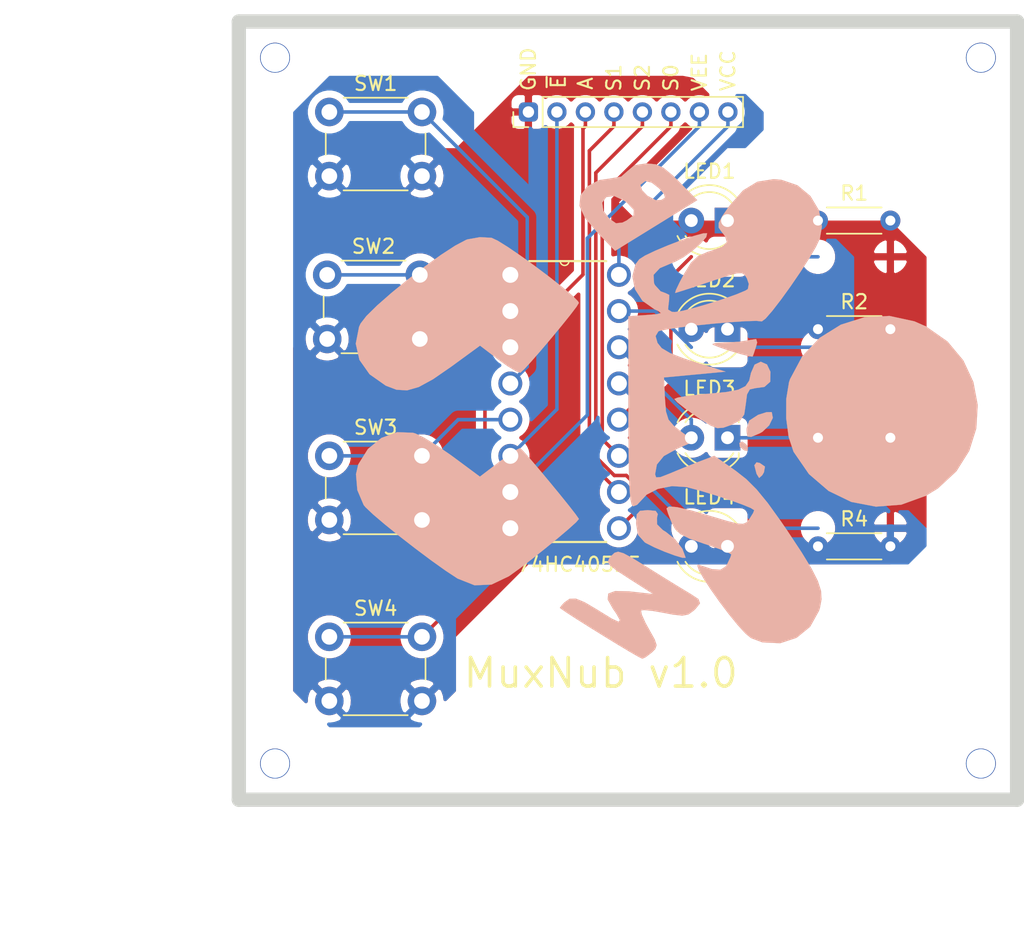
<source format=kicad_pcb>
(kicad_pcb (version 20171130) (host pcbnew "(5.1.6-0-10_14)")

  (general
    (thickness 1.6)
    (drawings 5)
    (tracks 59)
    (zones 0)
    (modules 19)
    (nets 21)
  )

  (page A4)
  (layers
    (0 F.Cu signal)
    (31 B.Cu signal)
    (32 B.Adhes user)
    (33 F.Adhes user)
    (34 B.Paste user)
    (35 F.Paste user)
    (36 B.SilkS user)
    (37 F.SilkS user)
    (38 B.Mask user)
    (39 F.Mask user)
    (40 Dwgs.User user)
    (41 Cmts.User user)
    (42 Eco1.User user)
    (43 Eco2.User user)
    (44 Edge.Cuts user)
    (45 Margin user)
    (46 B.CrtYd user)
    (47 F.CrtYd user)
    (48 B.Fab user)
    (49 F.Fab user)
  )

  (setup
    (last_trace_width 0.25)
    (trace_clearance 0.2)
    (zone_clearance 0.508)
    (zone_45_only no)
    (trace_min 0.2)
    (via_size 0.8)
    (via_drill 0.4)
    (via_min_size 0.4)
    (via_min_drill 0.3)
    (uvia_size 0.3)
    (uvia_drill 0.1)
    (uvias_allowed no)
    (uvia_min_size 0.2)
    (uvia_min_drill 0.1)
    (edge_width 0.05)
    (segment_width 0.2)
    (pcb_text_width 0.3)
    (pcb_text_size 1.5 1.5)
    (mod_edge_width 0.12)
    (mod_text_size 1 1)
    (mod_text_width 0.15)
    (pad_size 1.6764 1.6764)
    (pad_drill 1.1176)
    (pad_to_mask_clearance 0.05)
    (aux_axis_origin 0 0)
    (grid_origin 133.35 30.48)
    (visible_elements FFFFF77F)
    (pcbplotparams
      (layerselection 0x010fc_ffffffff)
      (usegerberextensions false)
      (usegerberattributes true)
      (usegerberadvancedattributes true)
      (creategerberjobfile true)
      (excludeedgelayer true)
      (linewidth 0.100000)
      (plotframeref false)
      (viasonmask false)
      (mode 1)
      (useauxorigin false)
      (hpglpennumber 1)
      (hpglpenspeed 20)
      (hpglpendiameter 15.000000)
      (psnegative false)
      (psa4output false)
      (plotreference true)
      (plotvalue true)
      (plotinvisibletext false)
      (padsonsilk false)
      (subtractmaskfromsilk false)
      (outputformat 1)
      (mirror false)
      (drillshape 0)
      (scaleselection 1)
      (outputdirectory "/Users/samholden/Documents/mux-control/gerbers/"))
  )

  (net 0 "")
  (net 1 "Net-(D1-Pad2)")
  (net 2 "Net-(D1-Pad1)")
  (net 3 "Net-(D2-Pad1)")
  (net 4 "Net-(D2-Pad2)")
  (net 5 "Net-(D3-Pad2)")
  (net 6 "Net-(D3-Pad1)")
  (net 7 "Net-(D4-Pad1)")
  (net 8 "Net-(D4-Pad2)")
  (net 9 "Net-(J1-Pad1)")
  (net 10 "Net-(J1-Pad2)")
  (net 11 "Net-(J1-Pad3)")
  (net 12 "Net-(J1-Pad4)")
  (net 13 "Net-(J1-Pad5)")
  (net 14 "Net-(J1-Pad6)")
  (net 15 "Net-(J1-Pad7)")
  (net 16 "Net-(J1-Pad8)")
  (net 17 "Net-(SW1-Pad1)")
  (net 18 "Net-(SW2-Pad1)")
  (net 19 "Net-(SW3-Pad1)")
  (net 20 "Net-(SW4-Pad1)")

  (net_class Default "This is the default net class."
    (clearance 0.2)
    (trace_width 0.25)
    (via_dia 0.8)
    (via_drill 0.4)
    (uvia_dia 0.3)
    (uvia_drill 0.1)
    (add_net "Net-(D1-Pad1)")
    (add_net "Net-(D1-Pad2)")
    (add_net "Net-(D2-Pad1)")
    (add_net "Net-(D2-Pad2)")
    (add_net "Net-(D3-Pad1)")
    (add_net "Net-(D3-Pad2)")
    (add_net "Net-(D4-Pad1)")
    (add_net "Net-(D4-Pad2)")
    (add_net "Net-(J1-Pad1)")
    (add_net "Net-(J1-Pad2)")
    (add_net "Net-(J1-Pad3)")
    (add_net "Net-(J1-Pad4)")
    (add_net "Net-(J1-Pad5)")
    (add_net "Net-(J1-Pad6)")
    (add_net "Net-(J1-Pad7)")
    (add_net "Net-(J1-Pad8)")
    (add_net "Net-(SW1-Pad1)")
    (add_net "Net-(SW2-Pad1)")
    (add_net "Net-(SW3-Pad1)")
    (add_net "Net-(SW4-Pad1)")
  )

  (module bunxum:bunxum (layer F.Cu) (tedit 0) (tstamp 5EFA33A1)
    (at 102.87 124.46 270)
    (fp_text reference G*** (at 0 0 270) (layer F.SilkS) hide
      (effects (font (size 1.524 1.524) (thickness 0.3)))
    )
    (fp_text value LOGO (at 0.75 0 270) (layer F.SilkS) hide
      (effects (font (size 1.524 1.524) (thickness 0.3)))
    )
    (fp_poly (pts (xy -44.755811 -40.209978) (xy -44.189132 -39.778379) (xy -43.422936 -39.162377) (xy -42.558081 -38.446513)
      (xy -41.695428 -37.715331) (xy -40.935834 -37.053373) (xy -40.38016 -36.54518) (xy -40.129263 -36.275296)
      (xy -40.1262 -36.268771) (xy -40.228494 -35.952713) (xy -40.585478 -35.359414) (xy -41.029766 -34.738363)
      (xy -42.023745 -33.434972) (xy -40.549625 -31.416437) (xy -39.664409 -30.133585) (xy -39.119298 -29.133595)
      (xy -38.884338 -28.313321) (xy -38.929578 -27.569617) (xy -39.214828 -26.819825) (xy -40.012894 -25.685213)
      (xy -41.024041 -24.971724) (xy -42.16306 -24.713792) (xy -43.344742 -24.945855) (xy -43.581053 -25.0553)
      (xy -44.105169 -25.461253) (xy -44.845413 -26.214087) (xy -45.723485 -27.214305) (xy -46.66108 -28.362409)
      (xy -47.579899 -29.558902) (xy -48.401638 -30.704286) (xy -49.047996 -31.699064) (xy -49.440669 -32.443738)
      (xy -49.48158 -32.553031) (xy -49.635373 -33.425149) (xy -49.59272 -34.241928) (xy -49.389291 -34.675817)
      (xy -48.940655 -35.395918) (xy -48.318928 -36.305496) (xy -47.596231 -37.307815) (xy -46.84468 -38.306141)
      (xy -46.136396 -39.203738) (xy -45.543497 -39.903872) (xy -45.1381 -40.309807) (xy -45.022113 -40.372631)
      (xy -44.755811 -40.209978)) (layer B.SilkS) (width 0.01))
    (fp_poly (pts (xy -29.628162 -40.176439) (xy -29.154565 -39.65256) (xy -28.514692 -38.898041) (xy -27.787846 -38.009929)
      (xy -27.053327 -37.085272) (xy -26.390435 -36.221116) (xy -25.878471 -35.514508) (xy -25.837663 -35.454826)
      (xy -25.257611 -34.240205) (xy -25.20532 -33.056342) (xy -25.678993 -31.859775) (xy -25.688247 -31.844534)
      (xy -26.222909 -31.031021) (xy -26.944796 -30.01883) (xy -27.777344 -28.905706) (xy -28.643988 -27.789395)
      (xy -29.468162 -26.767642) (xy -30.173304 -25.938194) (xy -30.682847 -25.398796) (xy -30.838315 -25.269732)
      (xy -31.885589 -24.824131) (xy -33.001484 -24.729533) (xy -33.688284 -24.888152) (xy -34.772004 -25.567498)
      (xy -35.548352 -26.516733) (xy -35.950339 -27.611396) (xy -35.910973 -28.727024) (xy -35.854529 -28.912804)
      (xy -35.561143 -29.512228) (xy -35.037439 -30.371513) (xy -34.383168 -31.329813) (xy -34.199938 -31.580796)
      (xy -32.832297 -33.425641) (xy -33.861938 -34.775795) (xy -34.385633 -35.492123) (xy -34.736089 -36.028952)
      (xy -34.834766 -36.256048) (xy -34.61219 -36.48244) (xy -34.076831 -36.955718) (xy -33.32836 -37.593469)
      (xy -32.466449 -38.313276) (xy -31.590771 -39.032725) (xy -30.800997 -39.669402) (xy -30.196799 -40.140893)
      (xy -29.877849 -40.364782) (xy -29.856184 -40.372631) (xy -29.628162 -40.176439)) (layer B.SilkS) (width 0.01))
    (fp_poly (pts (xy -23.547722 -48.55978) (xy -23.413025 -48.413892) (xy -23.158018 -48.055516) (xy -23.074607 -47.627636)
      (xy -23.149821 -46.957033) (xy -23.26126 -46.387425) (xy -23.409035 -45.549501) (xy -23.46692 -44.944447)
      (xy -23.439085 -44.739435) (xy -23.1526 -44.785077) (xy -22.567044 -45.050028) (xy -22.120987 -45.296108)
      (xy -21.415596 -45.691574) (xy -21.004428 -45.828881) (xy -20.725177 -45.728306) (xy -20.495786 -45.499153)
      (xy -20.15508 -45.055979) (xy -20.052632 -44.825396) (xy -20.183575 -44.557025) (xy -20.532956 -43.950088)
      (xy -21.035599 -43.110056) (xy -21.62633 -42.142404) (xy -22.239975 -41.152603) (xy -22.81136 -40.246128)
      (xy -23.27531 -39.528451) (xy -23.56665 -39.105046) (xy -23.630174 -39.035789) (xy -23.84039 -39.195342)
      (xy -24.009684 -39.356631) (xy -24.260482 -39.717462) (xy -24.273546 -40.153838) (xy -24.020809 -40.777517)
      (xy -23.474204 -41.700255) (xy -23.386521 -41.837966) (xy -22.857084 -42.700085) (xy -22.646189 -43.160462)
      (xy -22.759565 -43.251049) (xy -23.202938 -43.003796) (xy -23.552165 -42.76204) (xy -24.217053 -42.38997)
      (xy -24.626361 -42.433893) (xy -24.806041 -42.922213) (xy -24.782047 -43.883338) (xy -24.760819 -44.084868)
      (xy -24.591194 -45.586315) (xy -25.676362 -43.884995) (xy -26.234246 -43.028737) (xy -26.598913 -42.55845)
      (xy -26.858489 -42.405359) (xy -27.101099 -42.500694) (xy -27.26852 -42.642495) (xy -27.489568 -42.874605)
      (xy -27.563711 -43.126092) (xy -27.457585 -43.499055) (xy -27.137826 -44.095591) (xy -26.571068 -45.017797)
      (xy -26.406729 -45.279605) (xy -25.757834 -46.318931) (xy -25.172768 -47.267866) (xy -24.741452 -47.980075)
      (xy -24.617394 -48.191467) (xy -24.243743 -48.759038) (xy -23.93989 -48.872076) (xy -23.547722 -48.55978)) (layer B.SilkS) (width 0.01))
    (fp_poly (pts (xy -50.454317 -45.795977) (xy -48.675024 -42.912631) (xy -49.985003 -41.642631) (xy -51.001346 -40.792397)
      (xy -51.843305 -40.410961) (xy -52.569501 -40.48582) (xy -53.195901 -40.957784) (xy -53.640159 -41.782572)
      (xy -53.741053 -42.497679) (xy -53.798321 -42.834559) (xy -52.529608 -42.834559) (xy -52.444861 -42.289274)
      (xy -52.059662 -42.00855) (xy -51.488318 -42.085829) (xy -50.931334 -42.514176) (xy -50.611159 -42.976801)
      (xy -50.65951 -43.42536) (xy -50.80467 -43.723462) (xy -51.165338 -44.207417) (xy -51.543463 -44.227859)
      (xy -52.026546 -43.77397) (xy -52.199596 -43.55096) (xy -52.529608 -42.834559) (xy -53.798321 -42.834559)
      (xy -53.884243 -43.33999) (xy -54.27579 -43.786372) (xy -54.681792 -44.266606) (xy -54.802855 -45.045768)
      (xy -53.566675 -45.045768) (xy -53.55945 -45.023116) (xy -53.307231 -44.686818) (xy -52.931765 -44.805283)
      (xy -52.546907 -45.175305) (xy -52.231603 -45.761192) (xy -52.245077 -46.151145) (xy -52.407378 -46.417259)
      (xy -52.664536 -46.343153) (xy -53.060296 -45.998957) (xy -53.461981 -45.482323) (xy -53.566675 -45.045768)
      (xy -54.802855 -45.045768) (xy -54.810393 -45.094276) (xy -54.810526 -45.130737) (xy -54.748747 -45.755489)
      (xy -54.503409 -46.305526) (xy -53.984511 -46.940073) (xy -53.522068 -47.410238) (xy -52.23361 -48.679322)
      (xy -50.454317 -45.795977)) (layer B.SilkS) (width 0.01))
    (fp_poly (pts (xy -49.528301 -57.279614) (xy -48.955763 -57.00775) (xy -48.145783 -56.531561) (xy -47.195171 -55.919304)
      (xy -46.200738 -55.239233) (xy -45.259296 -54.559603) (xy -44.467657 -53.948668) (xy -43.922632 -53.474684)
      (xy -43.721032 -53.205905) (xy -43.725684 -53.188603) (xy -43.762019 -52.831825) (xy -43.739861 -52.070562)
      (xy -43.671386 -51.030377) (xy -43.56877 -49.836832) (xy -43.44419 -48.615488) (xy -43.309823 -47.491908)
      (xy -43.177845 -46.591653) (xy -43.060432 -46.040286) (xy -43.023798 -45.950933) (xy -42.694709 -45.755819)
      (xy -42.215071 -45.889893) (xy -41.847299 -46.185876) (xy -41.494865 -46.784747) (xy -41.1111 -47.7763)
      (xy -40.903677 -48.412937) (xy -40.196624 -50.666315) (xy -39.993317 -48.504415) (xy -39.790009 -46.342515)
      (xy -38.2893 -46.412562) (xy -37.396318 -46.484944) (xy -36.832096 -46.662132) (xy -36.390703 -47.041858)
      (xy -36.047542 -47.47648) (xy -35.306492 -48.470352) (xy -34.790873 -47.267461) (xy -34.275716 -46.332764)
      (xy -33.681528 -45.846141) (xy -32.994545 -45.72) (xy -32.7808 -45.794005) (xy -32.800231 -46.099218)
      (xy -33.04253 -46.722631) (xy -33.436992 -47.672076) (xy -33.83659 -48.678823) (xy -33.883062 -48.799973)
      (xy -34.292835 -49.874682) (xy -33.240784 -51.376535) (xy -32.654679 -52.12326) (xy -31.93488 -52.844417)
      (xy -30.984952 -53.622932) (xy -29.708463 -54.54173) (xy -28.994893 -55.027706) (xy -27.517851 -56.003968)
      (xy -26.386785 -56.696239) (xy -25.517222 -57.13779) (xy -24.824687 -57.361894) (xy -24.224707 -57.401821)
      (xy -23.632808 -57.290845) (xy -23.417686 -57.224416) (xy -22.296802 -56.600497) (xy -21.521967 -55.651254)
      (xy -21.140834 -54.495101) (xy -21.201055 -53.250452) (xy -21.497721 -52.4534) (xy -21.811467 -52.067903)
      (xy -22.395057 -51.531189) (xy -23.160087 -50.906446) (xy -24.018156 -50.25686) (xy -24.88086 -49.645622)
      (xy -25.659799 -49.135917) (xy -26.266569 -48.790934) (xy -26.612769 -48.673861) (xy -26.649157 -48.771277)
      (xy -26.340056 -49.712982) (xy -26.300227 -50.308037) (xy -26.532387 -50.673354) (xy -26.695794 -50.778031)
      (xy -27.174779 -51.006238) (xy -27.372268 -51.067368) (xy -27.512897 -50.832577) (xy -27.760943 -50.21162)
      (xy -28.067221 -49.329623) (xy -28.124153 -49.154617) (xy -28.479457 -48.134307) (xy -28.792295 -47.50118)
      (xy -29.148442 -47.123288) (xy -29.601511 -46.881985) (xy -30.216044 -46.640659) (xy -30.585549 -46.524066)
      (xy -30.605097 -46.522105) (xy -30.73527 -46.699493) (xy -30.690475 -47.257633) (xy -30.463824 -48.235489)
      (xy -30.04843 -49.672025) (xy -30.048154 -49.672931) (xy -29.721771 -50.767199) (xy -29.547811 -51.465889)
      (xy -29.516945 -51.883111) (xy -29.619846 -52.132973) (xy -29.831887 -52.318438) (xy -30.281893 -52.599891)
      (xy -30.478475 -52.671579) (xy -30.628534 -52.435922) (xy -30.882943 -51.814108) (xy -31.198201 -50.933871)
      (xy -31.530806 -49.922942) (xy -31.837258 -48.909057) (xy -32.074055 -48.019948) (xy -32.09919 -47.912623)
      (xy -32.165977 -46.908184) (xy -31.970764 -45.912486) (xy -31.567623 -45.12489) (xy -31.267675 -44.846834)
      (xy -30.854975 -44.456825) (xy -30.747369 -44.185159) (xy -30.863003 -44.076361) (xy -31.243011 -43.992049)
      (xy -31.937044 -43.929716) (xy -32.994758 -43.886855) (xy -34.465806 -43.860958) (xy -36.399843 -43.84952)
      (xy -37.41693 -43.848421) (xy -44.086491 -43.848421) (xy -44.174608 -45.118421) (xy -44.235688 -45.858468)
      (xy -44.309 -46.124684) (xy -44.437174 -45.977112) (xy -44.573435 -45.680139) (xy -45.167017 -44.834531)
      (xy -45.98676 -44.30181) (xy -46.891067 -44.124901) (xy -47.738339 -44.346728) (xy -48.089917 -44.614127)
      (xy -48.344502 -45.012638) (xy -48.687454 -45.73148) (xy -49.066735 -46.634781) (xy -49.430308 -47.586674)
      (xy -49.726136 -48.451288) (xy -49.902182 -49.092753) (xy -49.911779 -49.371028) (xy -49.642792 -49.310489)
      (xy -49.196868 -48.926316) (xy -48.684348 -48.345889) (xy -48.215571 -47.696591) (xy -47.900877 -47.105804)
      (xy -47.867828 -47.011387) (xy -47.465593 -46.057712) (xy -46.989987 -45.61112) (xy -46.409044 -45.645562)
      (xy -46.271828 -45.710853) (xy -45.836807 -46.106259) (xy -45.72 -46.426813) (xy -45.584466 -46.714163)
      (xy -45.103536 -46.692319) (xy -45.051579 -46.67968) (xy -44.557966 -46.628784) (xy -44.39282 -46.90224)
      (xy -44.383158 -47.117678) (xy -44.464485 -47.636337) (xy -44.676816 -48.47779) (xy -44.972681 -49.491222)
      (xy -45.304608 -50.525817) (xy -45.625123 -51.43076) (xy -45.886756 -52.055233) (xy -45.991865 -52.228453)
      (xy -46.357168 -52.294293) (xy -46.74372 -52.161328) (xy -46.994512 -52.00625) (xy -47.115113 -51.803065)
      (xy -47.095593 -51.442991) (xy -46.926024 -50.817246) (xy -46.596477 -49.817046) (xy -46.505056 -49.546404)
      (xy -46.160875 -48.517973) (xy -45.893424 -47.699386) (xy -45.74105 -47.208985) (xy -45.72 -47.123684)
      (xy -45.931205 -47.184237) (xy -46.477025 -47.444913) (xy -47.029884 -47.736396) (xy -47.841581 -48.236994)
      (xy -48.313995 -48.735991) (xy -48.608584 -49.419407) (xy -48.668842 -49.624662) (xy -48.960585 -50.435952)
      (xy -49.28512 -50.755289) (xy -49.715995 -50.623899) (xy -50.017885 -50.380857) (xy -50.312349 -50.17646)
      (xy -50.633574 -50.181312) (xy -51.11767 -50.436165) (xy -51.812285 -50.918123) (xy -52.912657 -51.884554)
      (xy -53.528191 -52.894238) (xy -53.706391 -54.040982) (xy -53.663813 -54.574484) (xy -53.27575 -55.711726)
      (xy -52.521004 -56.619227) (xy -51.520517 -57.217878) (xy -50.395231 -57.428565) (xy -49.528301 -57.279614)) (layer B.SilkS) (width 0.01))
    (fp_poly (pts (xy -27.135535 -47.642431) (xy -27.29737 -47.098462) (xy -27.562721 -46.385405) (xy -27.871631 -45.661626)
      (xy -28.16414 -45.085492) (xy -28.223711 -44.989113) (xy -28.752664 -44.517704) (xy -29.550374 -44.383158)
      (xy -30.176079 -44.428107) (xy -30.431638 -44.658786) (xy -30.48 -45.20328) (xy -30.428529 -45.761226)
      (xy -30.207017 -45.910865) (xy -29.943491 -45.853121) (xy -29.48718 -45.856175) (xy -29.084439 -46.260639)
      (xy -28.943928 -46.489666) (xy -28.427743 -47.128157) (xy -27.765011 -47.637034) (xy -27.164253 -47.858265)
      (xy -27.137175 -47.858947) (xy -27.135535 -47.642431)) (layer B.SilkS) (width 0.01))
    (fp_poly (pts (xy -39.491262 -53.80174) (xy -39.126398 -53.392038) (xy -39.039884 -52.753794) (xy -38.952592 -52.368043)
      (xy -38.603045 -52.171848) (xy -37.934964 -52.085373) (xy -37.198198 -51.976391) (xy -36.781109 -51.693059)
      (xy -36.469125 -51.083879) (xy -36.450505 -51.037289) (xy -36.261555 -50.503385) (xy -36.235421 -50.083907)
      (xy -36.414025 -49.61572) (xy -36.839289 -48.935692) (xy -37.083435 -48.574324) (xy -37.619787 -47.819404)
      (xy -38.049663 -47.278002) (xy -38.2802 -47.067051) (xy -38.280454 -47.067035) (xy -38.379198 -47.309341)
      (xy -38.492516 -47.966958) (xy -38.602169 -48.92147) (xy -38.648807 -49.458755) (xy -38.771254 -50.728545)
      (xy -38.933027 -51.563122) (xy -39.18262 -52.061933) (xy -39.568527 -52.324424) (xy -40.105263 -52.445434)
      (xy -40.692128 -52.701503) (xy -40.894986 -53.136384) (xy -40.703216 -53.571835) (xy -40.186943 -53.816432)
      (xy -39.491262 -53.80174)) (layer B.SilkS) (width 0.01))
    (fp_poly (pts (xy -41.949144 -52.802489) (xy -41.444535 -52.637761) (xy -41.25412 -52.561783) (xy -41.283319 -52.300333)
      (xy -41.434518 -51.716594) (xy -41.651937 -50.99074) (xy -41.879798 -50.302944) (xy -42.06232 -49.833381)
      (xy -42.130638 -49.730526) (xy -42.204559 -49.967035) (xy -42.245365 -50.553374) (xy -42.247862 -50.733158)
      (xy -42.296267 -51.589629) (xy -42.409103 -52.322212) (xy -42.42069 -52.367809) (xy -42.487153 -52.81398)
      (xy -42.246037 -52.882302) (xy -41.949144 -52.802489)) (layer B.SilkS) (width 0.01))
    (fp_poly (pts (xy -34.633903 -52.216439) (xy -34.666433 -51.989541) (xy -34.925395 -51.661564) (xy -35.203353 -51.632205)
      (xy -35.292632 -51.840868) (xy -35.080462 -52.135055) (xy -34.905196 -52.228304) (xy -34.633903 -52.216439)) (layer B.SilkS) (width 0.01))
    (fp_poly (pts (xy -36.43429 -53.72765) (xy -35.976675 -53.250469) (xy -35.867944 -53.054911) (xy -35.618393 -52.456551)
      (xy -35.647812 -52.198689) (xy -36.007407 -52.138017) (xy -36.195984 -52.136842) (xy -36.764471 -52.325745)
      (xy -37.167762 -52.94752) (xy -37.356722 -53.54259) (xy -37.363222 -53.896014) (xy -37.354032 -53.907722)
      (xy -36.955531 -53.982384) (xy -36.43429 -53.72765)) (layer B.SilkS) (width 0.01))
    (fp_poly (pts (xy -33.134124 -53.358251) (xy -32.93074 -53.239429) (xy -32.736144 -53.02068) (xy -33.01945 -52.842471)
      (xy -33.63107 -52.68213) (xy -33.836671 -52.840109) (xy -33.785109 -53.072631) (xy -33.536945 -53.430322)
      (xy -33.134124 -53.358251)) (layer B.SilkS) (width 0.01))
    (fp_poly (pts (xy -36.216936 -68.262535) (xy -34.639205 -67.764226) (xy -33.206029 -66.864616) (xy -32.000404 -65.563707)
      (xy -31.494059 -64.734581) (xy -30.862027 -62.989992) (xy -30.725032 -61.213262) (xy -31.055772 -59.486743)
      (xy -31.826946 -57.892786) (xy -33.011254 -56.513741) (xy -34.577339 -55.434055) (xy -35.609564 -55.092422)
      (xy -36.921389 -54.91808) (xy -38.28095 -54.92229) (xy -39.456379 -55.116316) (xy -39.670122 -55.186666)
      (xy -41.287243 -56.052173) (xy -42.57389 -57.271117) (xy -43.495812 -58.755093) (xy -44.018762 -60.415695)
      (xy -44.10849 -62.164518) (xy -43.730746 -63.913156) (xy -43.3691 -64.734581) (xy -42.313516 -66.242772)
      (xy -40.987512 -67.349663) (xy -39.474085 -68.055254) (xy -37.856228 -68.359545) (xy -36.216936 -68.262535)) (layer B.SilkS) (width 0.01))
  )

  (module MountingHole:MountingHole_2.1mm (layer F.Cu) (tedit 5EF8B792) (tstamp 5EF92BA4)
    (at 171.45 62.23)
    (descr "Mounting Hole 2.1mm, no annular")
    (tags "mounting hole 2.1mm no annular")
    (attr virtual)
    (fp_text reference MO3 (at 0 -3.2) (layer F.Fab)
      (effects (font (size 1 1) (thickness 0.15)))
    )
    (fp_text value "" (at 0 3.2) (layer F.Fab)
      (effects (font (size 1 1) (thickness 0.15)))
    )
    (fp_circle (center 0 0) (end 2.1 0) (layer Cmts.User) (width 0.15))
    (fp_circle (center 0 0) (end 2.35 0) (layer F.CrtYd) (width 0.05))
    (fp_text user %R (at 0.3 0) (layer F.Fab)
      (effects (font (size 1 1) (thickness 0.15)))
    )
    (pad "" np_thru_hole circle (at 0 0) (size 2.1 2.1) (drill 2) (layers *.Cu *.Mask))
  )

  (module MountingHole:MountingHole_2.1mm (layer F.Cu) (tedit 5EF8B7AD) (tstamp 5EF92B9A)
    (at 171.45 111.76)
    (descr "Mounting Hole 2.1mm, no annular")
    (tags "mounting hole 2.1mm no annular")
    (attr virtual)
    (fp_text reference MO4 (at 0 -3.2) (layer F.Fab)
      (effects (font (size 1 1) (thickness 0.15)))
    )
    (fp_text value "" (at 0 3.2) (layer F.Fab)
      (effects (font (size 1 1) (thickness 0.15)))
    )
    (fp_circle (center 0 0) (end 2.35 0) (layer F.CrtYd) (width 0.05))
    (fp_circle (center 0 0) (end 2.1 0) (layer Cmts.User) (width 0.15))
    (fp_text user %R (at 0.3 0) (layer F.Fab)
      (effects (font (size 1 1) (thickness 0.15)))
    )
    (pad "" np_thru_hole circle (at 0 0) (size 2.1 2.1) (drill 2) (layers *.Cu *.Mask))
  )

  (module MountingHole:MountingHole_2.1mm (layer F.Cu) (tedit 5EF8B785) (tstamp 5EF92B5B)
    (at 121.92 111.76)
    (descr "Mounting Hole 2.1mm, no annular")
    (tags "mounting hole 2.1mm no annular")
    (attr virtual)
    (fp_text reference MO2 (at 0 -3.2) (layer F.Fab)
      (effects (font (size 1 1) (thickness 0.15)))
    )
    (fp_text value "" (at 0 3.2) (layer F.Fab)
      (effects (font (size 1 1) (thickness 0.15)))
    )
    (fp_circle (center 0 0) (end 2.1 0) (layer Cmts.User) (width 0.15))
    (fp_circle (center 0 0) (end 2.35 0) (layer F.CrtYd) (width 0.05))
    (fp_text user %R (at 0.3 0) (layer F.Fab)
      (effects (font (size 1 1) (thickness 0.15)))
    )
    (pad "" np_thru_hole circle (at 0 0) (size 2.1 2.1) (drill 2) (layers *.Cu *.Mask))
  )

  (module Button_Switch_THT:SW_PUSH_6mm_H4.3mm (layer F.Cu) (tedit 5A02FE31) (tstamp 5EF94894)
    (at 125.73 66.04)
    (descr "tactile push button, 6x6mm e.g. PHAP33xx series, height=4.3mm")
    (tags "tact sw push 6mm")
    (path /5EF8C98A)
    (fp_text reference SW1 (at 3.25 -2) (layer F.SilkS)
      (effects (font (size 1 1) (thickness 0.15)))
    )
    (fp_text value SW_Push_Dual (at 3.75 6.7) (layer F.Fab)
      (effects (font (size 1 1) (thickness 0.15)))
    )
    (fp_line (start 3.25 -0.75) (end 6.25 -0.75) (layer F.Fab) (width 0.1))
    (fp_line (start 6.25 -0.75) (end 6.25 5.25) (layer F.Fab) (width 0.1))
    (fp_line (start 6.25 5.25) (end 0.25 5.25) (layer F.Fab) (width 0.1))
    (fp_line (start 0.25 5.25) (end 0.25 -0.75) (layer F.Fab) (width 0.1))
    (fp_line (start 0.25 -0.75) (end 3.25 -0.75) (layer F.Fab) (width 0.1))
    (fp_line (start 7.75 6) (end 8 6) (layer F.CrtYd) (width 0.05))
    (fp_line (start 8 6) (end 8 5.75) (layer F.CrtYd) (width 0.05))
    (fp_line (start 7.75 -1.5) (end 8 -1.5) (layer F.CrtYd) (width 0.05))
    (fp_line (start 8 -1.5) (end 8 -1.25) (layer F.CrtYd) (width 0.05))
    (fp_line (start -1.5 -1.25) (end -1.5 -1.5) (layer F.CrtYd) (width 0.05))
    (fp_line (start -1.5 -1.5) (end -1.25 -1.5) (layer F.CrtYd) (width 0.05))
    (fp_line (start -1.5 5.75) (end -1.5 6) (layer F.CrtYd) (width 0.05))
    (fp_line (start -1.5 6) (end -1.25 6) (layer F.CrtYd) (width 0.05))
    (fp_line (start -1.25 -1.5) (end 7.75 -1.5) (layer F.CrtYd) (width 0.05))
    (fp_line (start -1.5 5.75) (end -1.5 -1.25) (layer F.CrtYd) (width 0.05))
    (fp_line (start 7.75 6) (end -1.25 6) (layer F.CrtYd) (width 0.05))
    (fp_line (start 8 -1.25) (end 8 5.75) (layer F.CrtYd) (width 0.05))
    (fp_line (start 1 5.5) (end 5.5 5.5) (layer F.SilkS) (width 0.12))
    (fp_line (start -0.25 1.5) (end -0.25 3) (layer F.SilkS) (width 0.12))
    (fp_line (start 5.5 -1) (end 1 -1) (layer F.SilkS) (width 0.12))
    (fp_line (start 6.75 3) (end 6.75 1.5) (layer F.SilkS) (width 0.12))
    (fp_circle (center 3.25 2.25) (end 1.25 2.5) (layer F.Fab) (width 0.1))
    (fp_text user %R (at 3.25 2.25) (layer F.Fab)
      (effects (font (size 1 1) (thickness 0.15)))
    )
    (pad 1 thru_hole circle (at 6.5 0 90) (size 2 2) (drill 1.1) (layers *.Cu *.Mask)
      (net 17 "Net-(SW1-Pad1)"))
    (pad 2 thru_hole circle (at 6.5 4.5 90) (size 2 2) (drill 1.1) (layers *.Cu *.Mask)
      (net 9 "Net-(J1-Pad1)"))
    (pad 1 thru_hole circle (at 0 0 90) (size 2 2) (drill 1.1) (layers *.Cu *.Mask)
      (net 17 "Net-(SW1-Pad1)"))
    (pad 2 thru_hole circle (at 0 4.5 90) (size 2 2) (drill 1.1) (layers *.Cu *.Mask)
      (net 9 "Net-(J1-Pad1)"))
    (model ${KISYS3DMOD}/Button_Switch_THT.3dshapes/SW_PUSH_6mm_H4.3mm.wrl
      (at (xyz 0 0 0))
      (scale (xyz 1 1 1))
      (rotate (xyz 0 0 0))
    )
  )

  (module Button_Switch_THT:SW_PUSH_6mm_H4.3mm (layer F.Cu) (tedit 5A02FE31) (tstamp 5EF948F1)
    (at 125.73 102.87)
    (descr "tactile push button, 6x6mm e.g. PHAP33xx series, height=4.3mm")
    (tags "tact sw push 6mm")
    (path /5EFAE0C6)
    (fp_text reference SW4 (at 3.25 -2) (layer F.SilkS)
      (effects (font (size 1 1) (thickness 0.15)))
    )
    (fp_text value SW_Push_Dual (at 3.75 6.7) (layer F.Fab)
      (effects (font (size 1 1) (thickness 0.15)))
    )
    (fp_line (start 3.25 -0.75) (end 6.25 -0.75) (layer F.Fab) (width 0.1))
    (fp_line (start 6.25 -0.75) (end 6.25 5.25) (layer F.Fab) (width 0.1))
    (fp_line (start 6.25 5.25) (end 0.25 5.25) (layer F.Fab) (width 0.1))
    (fp_line (start 0.25 5.25) (end 0.25 -0.75) (layer F.Fab) (width 0.1))
    (fp_line (start 0.25 -0.75) (end 3.25 -0.75) (layer F.Fab) (width 0.1))
    (fp_line (start 7.75 6) (end 8 6) (layer F.CrtYd) (width 0.05))
    (fp_line (start 8 6) (end 8 5.75) (layer F.CrtYd) (width 0.05))
    (fp_line (start 7.75 -1.5) (end 8 -1.5) (layer F.CrtYd) (width 0.05))
    (fp_line (start 8 -1.5) (end 8 -1.25) (layer F.CrtYd) (width 0.05))
    (fp_line (start -1.5 -1.25) (end -1.5 -1.5) (layer F.CrtYd) (width 0.05))
    (fp_line (start -1.5 -1.5) (end -1.25 -1.5) (layer F.CrtYd) (width 0.05))
    (fp_line (start -1.5 5.75) (end -1.5 6) (layer F.CrtYd) (width 0.05))
    (fp_line (start -1.5 6) (end -1.25 6) (layer F.CrtYd) (width 0.05))
    (fp_line (start -1.25 -1.5) (end 7.75 -1.5) (layer F.CrtYd) (width 0.05))
    (fp_line (start -1.5 5.75) (end -1.5 -1.25) (layer F.CrtYd) (width 0.05))
    (fp_line (start 7.75 6) (end -1.25 6) (layer F.CrtYd) (width 0.05))
    (fp_line (start 8 -1.25) (end 8 5.75) (layer F.CrtYd) (width 0.05))
    (fp_line (start 1 5.5) (end 5.5 5.5) (layer F.SilkS) (width 0.12))
    (fp_line (start -0.25 1.5) (end -0.25 3) (layer F.SilkS) (width 0.12))
    (fp_line (start 5.5 -1) (end 1 -1) (layer F.SilkS) (width 0.12))
    (fp_line (start 6.75 3) (end 6.75 1.5) (layer F.SilkS) (width 0.12))
    (fp_circle (center 3.25 2.25) (end 1.25 2.5) (layer F.Fab) (width 0.1))
    (fp_text user %R (at 3.25 2.25) (layer F.Fab)
      (effects (font (size 1 1) (thickness 0.15)))
    )
    (pad 1 thru_hole circle (at 6.5 0 90) (size 2 2) (drill 1.1) (layers *.Cu *.Mask)
      (net 20 "Net-(SW4-Pad1)"))
    (pad 2 thru_hole circle (at 6.5 4.5 90) (size 2 2) (drill 1.1) (layers *.Cu *.Mask)
      (net 9 "Net-(J1-Pad1)"))
    (pad 1 thru_hole circle (at 0 0 90) (size 2 2) (drill 1.1) (layers *.Cu *.Mask)
      (net 20 "Net-(SW4-Pad1)"))
    (pad 2 thru_hole circle (at 0 4.5 90) (size 2 2) (drill 1.1) (layers *.Cu *.Mask)
      (net 9 "Net-(J1-Pad1)"))
    (model ${KISYS3DMOD}/Button_Switch_THT.3dshapes/SW_PUSH_6mm_H4.3mm.wrl
      (at (xyz 0 0 0))
      (scale (xyz 1 1 1))
      (rotate (xyz 0 0 0))
    )
  )

  (module Connector_PinHeader_2.00mm:PinHeader_1x08_P2.00mm_Vertical (layer F.Cu) (tedit 5EFCD6A0) (tstamp 5EF94829)
    (at 139.7 66.04 90)
    (descr "Through hole straight pin header, 1x08, 2.00mm pitch, single row")
    (tags "Through hole pin header THT 1x08 2.00mm single row")
    (path /5EF85769)
    (fp_text reference J1 (at 1.375 -1.5 90) (layer F.Fab)
      (effects (font (size 1 1) (thickness 0.15)))
    )
    (fp_text value Conn_01x08 (at 1.375 8.5 90) (layer F.Fab)
      (effects (font (size 1 1) (thickness 0.15)))
    )
    (fp_line (start -0.5 -1) (end 1 -1) (layer F.Fab) (width 0.1))
    (fp_line (start 1 -1) (end 1 15) (layer F.Fab) (width 0.1))
    (fp_line (start 1 15) (end -1 15) (layer F.Fab) (width 0.1))
    (fp_line (start -1 15) (end -1 -0.5) (layer F.Fab) (width 0.1))
    (fp_line (start -1 -0.5) (end -0.5 -1) (layer F.Fab) (width 0.1))
    (fp_line (start -1.06 15.06) (end 1.06 15.06) (layer F.SilkS) (width 0.12))
    (fp_line (start -1.06 1) (end -1.06 15.06) (layer F.SilkS) (width 0.12))
    (fp_line (start 1.06 1) (end 1.06 15.06) (layer F.SilkS) (width 0.12))
    (fp_line (start -1.06 1) (end 1.06 1) (layer F.SilkS) (width 0.12))
    (fp_line (start -1.06 0) (end -1.06 -1.06) (layer F.SilkS) (width 0.12))
    (fp_line (start -1.06 -1.06) (end 0 -1.06) (layer F.SilkS) (width 0.12))
    (fp_line (start -1.5 -1.5) (end -1.5 15.5) (layer F.CrtYd) (width 0.05))
    (fp_line (start -1.5 15.5) (end 1.5 15.5) (layer F.CrtYd) (width 0.05))
    (fp_line (start 1.5 15.5) (end 1.5 -1.5) (layer F.CrtYd) (width 0.05))
    (fp_line (start 1.5 -1.5) (end -1.5 -1.5) (layer F.CrtYd) (width 0.05))
    (fp_text user GND (at 3 0 90) (layer F.SilkS)
      (effects (font (size 1 1) (thickness 0.15)))
    )
    (fp_text user ~E (at 2.1 2.1 90) (layer F.SilkS)
      (effects (font (size 1 1) (thickness 0.15)))
    )
    (fp_text user A (at 2 4 90) (layer F.SilkS)
      (effects (font (size 1 1) (thickness 0.15)))
    )
    (fp_text user S1 (at 2.4 6 90) (layer F.SilkS)
      (effects (font (size 1 1) (thickness 0.15)))
    )
    (fp_text user S2 (at 2.4 8 90) (layer F.SilkS)
      (effects (font (size 1 1) (thickness 0.15)))
    )
    (fp_text user S0 (at 2.4 10 90) (layer F.SilkS)
      (effects (font (size 1 1) (thickness 0.15)))
    )
    (fp_text user VEE (at 2.8 12 90) (layer F.SilkS)
      (effects (font (size 1 1) (thickness 0.15)))
    )
    (fp_text user VCC (at 2.9 14 90) (layer F.SilkS)
      (effects (font (size 1 1) (thickness 0.15)))
    )
    (pad 8 thru_hole oval (at 0 14 90) (size 1.35 1.35) (drill 0.8) (layers *.Cu *.Mask)
      (net 16 "Net-(J1-Pad8)"))
    (pad 7 thru_hole oval (at 0 12 90) (size 1.35 1.35) (drill 0.8) (layers *.Cu *.Mask)
      (net 15 "Net-(J1-Pad7)"))
    (pad 6 thru_hole oval (at 0 10 90) (size 1.35 1.35) (drill 0.8) (layers *.Cu *.Mask)
      (net 14 "Net-(J1-Pad6)"))
    (pad 5 thru_hole oval (at 0 8 90) (size 1.35 1.35) (drill 0.8) (layers *.Cu *.Mask)
      (net 13 "Net-(J1-Pad5)"))
    (pad 4 thru_hole oval (at 0 6 90) (size 1.35 1.35) (drill 0.8) (layers *.Cu *.Mask)
      (net 12 "Net-(J1-Pad4)"))
    (pad 3 thru_hole oval (at 0 4 90) (size 1.35 1.35) (drill 0.8) (layers *.Cu *.Mask)
      (net 11 "Net-(J1-Pad3)"))
    (pad ~E thru_hole oval (at 0 2 90) (size 1.35 1.35) (drill 0.8) (layers *.Cu *.Mask)
      (net 10 "Net-(J1-Pad2)"))
    (pad GND thru_hole roundrect (at 0 0 90) (size 1.35 1.35) (drill 0.8) (layers *.Cu *.Mask) (roundrect_rratio 0.25)
      (net 9 "Net-(J1-Pad1)"))
    (model ${KISYS3DMOD}/Connector_PinHeader_2.00mm.3dshapes/PinHeader_1x08_P2.00mm_Vertical.wrl
      (at (xyz 0 0 0))
      (scale (xyz 1 1 1))
      (rotate (xyz 0 0 0))
    )
  )

  (module LED_THT:LED_D4.0mm (layer F.Cu) (tedit 587A3A7B) (tstamp 5EF94783)
    (at 153.67 73.66 180)
    (descr "LED, diameter 4.0mm, 2 pins, http://www.kingbright.com/attachments/file/psearch/000/00/00/L-43GD(Ver.12B).pdf")
    (tags "LED diameter 4.0mm 2 pins")
    (path /5EFC5147)
    (fp_text reference D1 (at 1.27 -3.46) (layer F.Fab)
      (effects (font (size 1 1) (thickness 0.15)))
    )
    (fp_text value LED1 (at 1.27 3.46) (layer F.SilkS)
      (effects (font (size 1 1) (thickness 0.15)))
    )
    (fp_circle (center 1.27 0) (end 3.27 0) (layer F.Fab) (width 0.1))
    (fp_line (start -0.73 -1.32665) (end -0.73 1.32665) (layer F.Fab) (width 0.1))
    (fp_line (start -0.79 -1.399) (end -0.79 -1.08) (layer F.SilkS) (width 0.12))
    (fp_line (start -0.79 1.08) (end -0.79 1.399) (layer F.SilkS) (width 0.12))
    (fp_line (start -1.45 -2.75) (end -1.45 2.75) (layer F.CrtYd) (width 0.05))
    (fp_line (start -1.45 2.75) (end 4 2.75) (layer F.CrtYd) (width 0.05))
    (fp_line (start 4 2.75) (end 4 -2.75) (layer F.CrtYd) (width 0.05))
    (fp_line (start 4 -2.75) (end -1.45 -2.75) (layer F.CrtYd) (width 0.05))
    (fp_arc (start 1.27 0) (end -0.41333 1.08) (angle -114.6) (layer F.SilkS) (width 0.12))
    (fp_arc (start 1.27 0) (end -0.41333 -1.08) (angle 114.6) (layer F.SilkS) (width 0.12))
    (fp_arc (start 1.27 0) (end -0.79 1.398749) (angle -120.1) (layer F.SilkS) (width 0.12))
    (fp_arc (start 1.27 0) (end -0.79 -1.398749) (angle 120.1) (layer F.SilkS) (width 0.12))
    (fp_arc (start 1.27 0) (end -0.73 -1.32665) (angle 292.9) (layer F.Fab) (width 0.1))
    (pad 2 thru_hole circle (at 2.54 0 180) (size 1.8 1.8) (drill 0.9) (layers *.Cu *.Mask)
      (net 1 "Net-(D1-Pad2)"))
    (pad 1 thru_hole rect (at 0 0 180) (size 1.8 1.8) (drill 0.9) (layers *.Cu *.Mask)
      (net 2 "Net-(D1-Pad1)"))
    (model ${KISYS3DMOD}/LED_THT.3dshapes/LED_D4.0mm.wrl
      (at (xyz 0 0 0))
      (scale (xyz 1 1 1))
      (rotate (xyz 0 0 0))
    )
  )

  (module LED_THT:LED_D4.0mm (layer F.Cu) (tedit 587A3A7B) (tstamp 5EF94796)
    (at 153.67 81.28 180)
    (descr "LED, diameter 4.0mm, 2 pins, http://www.kingbright.com/attachments/file/psearch/000/00/00/L-43GD(Ver.12B).pdf")
    (tags "LED diameter 4.0mm 2 pins")
    (path /5EFC7879)
    (fp_text reference D2 (at 1.27 -3.46) (layer F.Fab)
      (effects (font (size 1 1) (thickness 0.15)))
    )
    (fp_text value LED2 (at 1.27 3.46) (layer F.SilkS)
      (effects (font (size 1 1) (thickness 0.15)))
    )
    (fp_circle (center 1.27 0) (end 3.27 0) (layer F.Fab) (width 0.1))
    (fp_line (start -0.73 -1.32665) (end -0.73 1.32665) (layer F.Fab) (width 0.1))
    (fp_line (start -0.79 -1.399) (end -0.79 -1.08) (layer F.SilkS) (width 0.12))
    (fp_line (start -0.79 1.08) (end -0.79 1.399) (layer F.SilkS) (width 0.12))
    (fp_line (start -1.45 -2.75) (end -1.45 2.75) (layer F.CrtYd) (width 0.05))
    (fp_line (start -1.45 2.75) (end 4 2.75) (layer F.CrtYd) (width 0.05))
    (fp_line (start 4 2.75) (end 4 -2.75) (layer F.CrtYd) (width 0.05))
    (fp_line (start 4 -2.75) (end -1.45 -2.75) (layer F.CrtYd) (width 0.05))
    (fp_arc (start 1.27 0) (end -0.41333 1.08) (angle -114.6) (layer F.SilkS) (width 0.12))
    (fp_arc (start 1.27 0) (end -0.41333 -1.08) (angle 114.6) (layer F.SilkS) (width 0.12))
    (fp_arc (start 1.27 0) (end -0.79 1.398749) (angle -120.1) (layer F.SilkS) (width 0.12))
    (fp_arc (start 1.27 0) (end -0.79 -1.398749) (angle 120.1) (layer F.SilkS) (width 0.12))
    (fp_arc (start 1.27 0) (end -0.73 -1.32665) (angle 292.9) (layer F.Fab) (width 0.1))
    (pad 2 thru_hole circle (at 2.54 0 180) (size 1.8 1.8) (drill 0.9) (layers *.Cu *.Mask)
      (net 4 "Net-(D2-Pad2)"))
    (pad 1 thru_hole rect (at 0 0 180) (size 1.8 1.8) (drill 0.9) (layers *.Cu *.Mask)
      (net 3 "Net-(D2-Pad1)"))
    (model ${KISYS3DMOD}/LED_THT.3dshapes/LED_D4.0mm.wrl
      (at (xyz 0 0 0))
      (scale (xyz 1 1 1))
      (rotate (xyz 0 0 0))
    )
  )

  (module LED_THT:LED_D4.0mm (layer F.Cu) (tedit 587A3A7B) (tstamp 5EF947A9)
    (at 153.67 88.9 180)
    (descr "LED, diameter 4.0mm, 2 pins, http://www.kingbright.com/attachments/file/psearch/000/00/00/L-43GD(Ver.12B).pdf")
    (tags "LED diameter 4.0mm 2 pins")
    (path /5EFC947C)
    (fp_text reference D3 (at 1.27 -3.46) (layer F.Fab)
      (effects (font (size 1 1) (thickness 0.15)))
    )
    (fp_text value LED3 (at 1.27 3.46) (layer F.SilkS)
      (effects (font (size 1 1) (thickness 0.15)))
    )
    (fp_circle (center 1.27 0) (end 3.27 0) (layer F.Fab) (width 0.1))
    (fp_line (start -0.73 -1.32665) (end -0.73 1.32665) (layer F.Fab) (width 0.1))
    (fp_line (start -0.79 -1.399) (end -0.79 -1.08) (layer F.SilkS) (width 0.12))
    (fp_line (start -0.79 1.08) (end -0.79 1.399) (layer F.SilkS) (width 0.12))
    (fp_line (start -1.45 -2.75) (end -1.45 2.75) (layer F.CrtYd) (width 0.05))
    (fp_line (start -1.45 2.75) (end 4 2.75) (layer F.CrtYd) (width 0.05))
    (fp_line (start 4 2.75) (end 4 -2.75) (layer F.CrtYd) (width 0.05))
    (fp_line (start 4 -2.75) (end -1.45 -2.75) (layer F.CrtYd) (width 0.05))
    (fp_arc (start 1.27 0) (end -0.41333 1.08) (angle -114.6) (layer F.SilkS) (width 0.12))
    (fp_arc (start 1.27 0) (end -0.41333 -1.08) (angle 114.6) (layer F.SilkS) (width 0.12))
    (fp_arc (start 1.27 0) (end -0.79 1.398749) (angle -120.1) (layer F.SilkS) (width 0.12))
    (fp_arc (start 1.27 0) (end -0.79 -1.398749) (angle 120.1) (layer F.SilkS) (width 0.12))
    (fp_arc (start 1.27 0) (end -0.73 -1.32665) (angle 292.9) (layer F.Fab) (width 0.1))
    (pad 2 thru_hole circle (at 2.54 0 180) (size 1.8 1.8) (drill 0.9) (layers *.Cu *.Mask)
      (net 5 "Net-(D3-Pad2)"))
    (pad 1 thru_hole rect (at 0 0 180) (size 1.8 1.8) (drill 0.9) (layers *.Cu *.Mask)
      (net 6 "Net-(D3-Pad1)"))
    (model ${KISYS3DMOD}/LED_THT.3dshapes/LED_D4.0mm.wrl
      (at (xyz 0 0 0))
      (scale (xyz 1 1 1))
      (rotate (xyz 0 0 0))
    )
  )

  (module LED_THT:LED_D4.0mm (layer F.Cu) (tedit 587A3A7B) (tstamp 5EF947BC)
    (at 153.67 96.52 180)
    (descr "LED, diameter 4.0mm, 2 pins, http://www.kingbright.com/attachments/file/psearch/000/00/00/L-43GD(Ver.12B).pdf")
    (tags "LED diameter 4.0mm 2 pins")
    (path /5EFCB26C)
    (fp_text reference D4 (at 1.27 -3.46) (layer F.Fab)
      (effects (font (size 1 1) (thickness 0.15)))
    )
    (fp_text value LED4 (at 1.27 3.46) (layer F.SilkS)
      (effects (font (size 1 1) (thickness 0.15)))
    )
    (fp_circle (center 1.27 0) (end 3.27 0) (layer F.Fab) (width 0.1))
    (fp_line (start -0.73 -1.32665) (end -0.73 1.32665) (layer F.Fab) (width 0.1))
    (fp_line (start -0.79 -1.399) (end -0.79 -1.08) (layer F.SilkS) (width 0.12))
    (fp_line (start -0.79 1.08) (end -0.79 1.399) (layer F.SilkS) (width 0.12))
    (fp_line (start -1.45 -2.75) (end -1.45 2.75) (layer F.CrtYd) (width 0.05))
    (fp_line (start -1.45 2.75) (end 4 2.75) (layer F.CrtYd) (width 0.05))
    (fp_line (start 4 2.75) (end 4 -2.75) (layer F.CrtYd) (width 0.05))
    (fp_line (start 4 -2.75) (end -1.45 -2.75) (layer F.CrtYd) (width 0.05))
    (fp_arc (start 1.27 0) (end -0.41333 1.08) (angle -114.6) (layer F.SilkS) (width 0.12))
    (fp_arc (start 1.27 0) (end -0.41333 -1.08) (angle 114.6) (layer F.SilkS) (width 0.12))
    (fp_arc (start 1.27 0) (end -0.79 1.398749) (angle -120.1) (layer F.SilkS) (width 0.12))
    (fp_arc (start 1.27 0) (end -0.79 -1.398749) (angle 120.1) (layer F.SilkS) (width 0.12))
    (fp_arc (start 1.27 0) (end -0.73 -1.32665) (angle 292.9) (layer F.Fab) (width 0.1))
    (pad 2 thru_hole circle (at 2.54 0 180) (size 1.8 1.8) (drill 0.9) (layers *.Cu *.Mask)
      (net 8 "Net-(D4-Pad2)"))
    (pad 1 thru_hole rect (at 0 0 180) (size 1.8 1.8) (drill 0.9) (layers *.Cu *.Mask)
      (net 7 "Net-(D4-Pad1)"))
    (model ${KISYS3DMOD}/LED_THT.3dshapes/LED_D4.0mm.wrl
      (at (xyz 0 0 0))
      (scale (xyz 1 1 1))
      (rotate (xyz 0 0 0))
    )
  )

  (module Resistor_THT:R_Axial_DIN0204_L3.6mm_D1.6mm_P5.08mm_Horizontal (layer F.Cu) (tedit 5AE5139B) (tstamp 5EF9483C)
    (at 160.02 73.66)
    (descr "Resistor, Axial_DIN0204 series, Axial, Horizontal, pin pitch=5.08mm, 0.167W, length*diameter=3.6*1.6mm^2, http://cdn-reichelt.de/documents/datenblatt/B400/1_4W%23YAG.pdf")
    (tags "Resistor Axial_DIN0204 series Axial Horizontal pin pitch 5.08mm 0.167W length 3.6mm diameter 1.6mm")
    (path /5EFDCCB1)
    (fp_text reference R1 (at 2.54 -1.92) (layer F.SilkS)
      (effects (font (size 1 1) (thickness 0.15)))
    )
    (fp_text value 220 (at 2.54 1.92) (layer F.Fab)
      (effects (font (size 1 1) (thickness 0.15)))
    )
    (fp_line (start 0.74 -0.8) (end 0.74 0.8) (layer F.Fab) (width 0.1))
    (fp_line (start 0.74 0.8) (end 4.34 0.8) (layer F.Fab) (width 0.1))
    (fp_line (start 4.34 0.8) (end 4.34 -0.8) (layer F.Fab) (width 0.1))
    (fp_line (start 4.34 -0.8) (end 0.74 -0.8) (layer F.Fab) (width 0.1))
    (fp_line (start 0 0) (end 0.74 0) (layer F.Fab) (width 0.1))
    (fp_line (start 5.08 0) (end 4.34 0) (layer F.Fab) (width 0.1))
    (fp_line (start 0.62 -0.92) (end 4.46 -0.92) (layer F.SilkS) (width 0.12))
    (fp_line (start 0.62 0.92) (end 4.46 0.92) (layer F.SilkS) (width 0.12))
    (fp_line (start -0.95 -1.05) (end -0.95 1.05) (layer F.CrtYd) (width 0.05))
    (fp_line (start -0.95 1.05) (end 6.03 1.05) (layer F.CrtYd) (width 0.05))
    (fp_line (start 6.03 1.05) (end 6.03 -1.05) (layer F.CrtYd) (width 0.05))
    (fp_line (start 6.03 -1.05) (end -0.95 -1.05) (layer F.CrtYd) (width 0.05))
    (fp_text user %R (at 2.54 0) (layer F.Fab)
      (effects (font (size 0.72 0.72) (thickness 0.108)))
    )
    (pad 2 thru_hole oval (at 5.08 0) (size 1.4 1.4) (drill 0.7) (layers *.Cu *.Mask)
      (net 9 "Net-(J1-Pad1)"))
    (pad 1 thru_hole circle (at 0 0) (size 1.4 1.4) (drill 0.7) (layers *.Cu *.Mask)
      (net 2 "Net-(D1-Pad1)"))
    (model ${KISYS3DMOD}/Resistor_THT.3dshapes/R_Axial_DIN0204_L3.6mm_D1.6mm_P5.08mm_Horizontal.wrl
      (at (xyz 0 0 0))
      (scale (xyz 1 1 1))
      (rotate (xyz 0 0 0))
    )
  )

  (module Resistor_THT:R_Axial_DIN0204_L3.6mm_D1.6mm_P5.08mm_Horizontal (layer F.Cu) (tedit 5EFE32A0) (tstamp 5EF9484F)
    (at 160.02 81.28)
    (descr "Resistor, Axial_DIN0204 series, Axial, Horizontal, pin pitch=5.08mm, 0.167W, length*diameter=3.6*1.6mm^2, http://cdn-reichelt.de/documents/datenblatt/B400/1_4W%23YAG.pdf")
    (tags "Resistor Axial_DIN0204 series Axial Horizontal pin pitch 5.08mm 0.167W length 3.6mm diameter 1.6mm")
    (path /5EFF3636)
    (fp_text reference R2 (at 2.54 -1.92) (layer F.SilkS)
      (effects (font (size 1 1) (thickness 0.15)))
    )
    (fp_text value 220 (at 2.54 1.92) (layer F.Fab)
      (effects (font (size 1 1) (thickness 0.15)))
    )
    (fp_line (start 0.74 -0.8) (end 0.74 0.8) (layer F.Fab) (width 0.1))
    (fp_line (start 0.74 0.8) (end 4.34 0.8) (layer F.Fab) (width 0.1))
    (fp_line (start 4.34 0.8) (end 4.34 -0.8) (layer F.Fab) (width 0.1))
    (fp_line (start 4.34 -0.8) (end 0.74 -0.8) (layer F.Fab) (width 0.1))
    (fp_line (start 0 0) (end 0.74 0) (layer F.Fab) (width 0.1))
    (fp_line (start 5.08 0) (end 4.34 0) (layer F.Fab) (width 0.1))
    (fp_line (start 0.62 -0.92) (end 4.46 -0.92) (layer F.SilkS) (width 0.12))
    (fp_line (start 0.62 0.92) (end 4.46 0.92) (layer F.SilkS) (width 0.12))
    (fp_line (start -0.95 -1.05) (end -0.95 1.05) (layer F.CrtYd) (width 0.05))
    (fp_line (start -0.95 1.05) (end 6.03 1.05) (layer F.CrtYd) (width 0.05))
    (fp_line (start 6.03 1.05) (end 6.03 -1.05) (layer F.CrtYd) (width 0.05))
    (fp_line (start 6.03 -1.05) (end -0.95 -1.05) (layer F.CrtYd) (width 0.05))
    (fp_text user %R (at 2.54 0) (layer F.Fab)
      (effects (font (size 0.72 0.72) (thickness 0.108)))
    )
    (pad 2 thru_hole oval (at 5.08 0) (size 1.4 1.4) (drill 0.7) (layers *.Cu *.Mask)
      (net 9 "Net-(J1-Pad1)"))
    (pad 1 thru_hole circle (at 0 0) (size 1.4 1.4) (drill 0.7) (layers *.Cu *.Mask)
      (net 3 "Net-(D2-Pad1)"))
    (model ${KISYS3DMOD}/Resistor_THT.3dshapes/R_Axial_DIN0204_L3.6mm_D1.6mm_P5.08mm_Horizontal.wrl
      (at (xyz 0 0 0))
      (scale (xyz 1 1 1))
      (rotate (xyz 0 0 0))
    )
  )

  (module Resistor_THT:R_Axial_DIN0204_L3.6mm_D1.6mm_P5.08mm_Horizontal (layer F.Cu) (tedit 5AE5139B) (tstamp 5EF94862)
    (at 160.02 88.9)
    (descr "Resistor, Axial_DIN0204 series, Axial, Horizontal, pin pitch=5.08mm, 0.167W, length*diameter=3.6*1.6mm^2, http://cdn-reichelt.de/documents/datenblatt/B400/1_4W%23YAG.pdf")
    (tags "Resistor Axial_DIN0204 series Axial Horizontal pin pitch 5.08mm 0.167W length 3.6mm diameter 1.6mm")
    (path /5EFF44C1)
    (fp_text reference R3 (at 2.54 -1.92) (layer F.SilkS)
      (effects (font (size 1 1) (thickness 0.15)))
    )
    (fp_text value 220 (at 2.54 1.92) (layer F.Fab)
      (effects (font (size 1 1) (thickness 0.15)))
    )
    (fp_line (start 0.74 -0.8) (end 0.74 0.8) (layer F.Fab) (width 0.1))
    (fp_line (start 0.74 0.8) (end 4.34 0.8) (layer F.Fab) (width 0.1))
    (fp_line (start 4.34 0.8) (end 4.34 -0.8) (layer F.Fab) (width 0.1))
    (fp_line (start 4.34 -0.8) (end 0.74 -0.8) (layer F.Fab) (width 0.1))
    (fp_line (start 0 0) (end 0.74 0) (layer F.Fab) (width 0.1))
    (fp_line (start 5.08 0) (end 4.34 0) (layer F.Fab) (width 0.1))
    (fp_line (start 0.62 -0.92) (end 4.46 -0.92) (layer F.SilkS) (width 0.12))
    (fp_line (start 0.62 0.92) (end 4.46 0.92) (layer F.SilkS) (width 0.12))
    (fp_line (start -0.95 -1.05) (end -0.95 1.05) (layer F.CrtYd) (width 0.05))
    (fp_line (start -0.95 1.05) (end 6.03 1.05) (layer F.CrtYd) (width 0.05))
    (fp_line (start 6.03 1.05) (end 6.03 -1.05) (layer F.CrtYd) (width 0.05))
    (fp_line (start 6.03 -1.05) (end -0.95 -1.05) (layer F.CrtYd) (width 0.05))
    (fp_text user %R (at 2.54 0) (layer F.Fab)
      (effects (font (size 0.72 0.72) (thickness 0.108)))
    )
    (pad 2 thru_hole oval (at 5.08 0) (size 1.4 1.4) (drill 0.7) (layers *.Cu *.Mask)
      (net 9 "Net-(J1-Pad1)"))
    (pad 1 thru_hole circle (at 0 0) (size 1.4 1.4) (drill 0.7) (layers *.Cu *.Mask)
      (net 6 "Net-(D3-Pad1)"))
    (model ${KISYS3DMOD}/Resistor_THT.3dshapes/R_Axial_DIN0204_L3.6mm_D1.6mm_P5.08mm_Horizontal.wrl
      (at (xyz 0 0 0))
      (scale (xyz 1 1 1))
      (rotate (xyz 0 0 0))
    )
  )

  (module Resistor_THT:R_Axial_DIN0204_L3.6mm_D1.6mm_P5.08mm_Horizontal (layer F.Cu) (tedit 5AE5139B) (tstamp 5EF94875)
    (at 160.02 96.52)
    (descr "Resistor, Axial_DIN0204 series, Axial, Horizontal, pin pitch=5.08mm, 0.167W, length*diameter=3.6*1.6mm^2, http://cdn-reichelt.de/documents/datenblatt/B400/1_4W%23YAG.pdf")
    (tags "Resistor Axial_DIN0204 series Axial Horizontal pin pitch 5.08mm 0.167W length 3.6mm diameter 1.6mm")
    (path /5EFF4DFF)
    (fp_text reference R4 (at 2.54 -1.92) (layer F.SilkS)
      (effects (font (size 1 1) (thickness 0.15)))
    )
    (fp_text value 220 (at 2.54 1.92) (layer F.Fab)
      (effects (font (size 1 1) (thickness 0.15)))
    )
    (fp_line (start 0.74 -0.8) (end 0.74 0.8) (layer F.Fab) (width 0.1))
    (fp_line (start 0.74 0.8) (end 4.34 0.8) (layer F.Fab) (width 0.1))
    (fp_line (start 4.34 0.8) (end 4.34 -0.8) (layer F.Fab) (width 0.1))
    (fp_line (start 4.34 -0.8) (end 0.74 -0.8) (layer F.Fab) (width 0.1))
    (fp_line (start 0 0) (end 0.74 0) (layer F.Fab) (width 0.1))
    (fp_line (start 5.08 0) (end 4.34 0) (layer F.Fab) (width 0.1))
    (fp_line (start 0.62 -0.92) (end 4.46 -0.92) (layer F.SilkS) (width 0.12))
    (fp_line (start 0.62 0.92) (end 4.46 0.92) (layer F.SilkS) (width 0.12))
    (fp_line (start -0.95 -1.05) (end -0.95 1.05) (layer F.CrtYd) (width 0.05))
    (fp_line (start -0.95 1.05) (end 6.03 1.05) (layer F.CrtYd) (width 0.05))
    (fp_line (start 6.03 1.05) (end 6.03 -1.05) (layer F.CrtYd) (width 0.05))
    (fp_line (start 6.03 -1.05) (end -0.95 -1.05) (layer F.CrtYd) (width 0.05))
    (fp_text user %R (at 2.54 0) (layer F.Fab)
      (effects (font (size 0.72 0.72) (thickness 0.108)))
    )
    (pad 2 thru_hole oval (at 5.08 0) (size 1.4 1.4) (drill 0.7) (layers *.Cu *.Mask)
      (net 9 "Net-(J1-Pad1)"))
    (pad 1 thru_hole circle (at 0 0) (size 1.4 1.4) (drill 0.7) (layers *.Cu *.Mask)
      (net 7 "Net-(D4-Pad1)"))
    (model ${KISYS3DMOD}/Resistor_THT.3dshapes/R_Axial_DIN0204_L3.6mm_D1.6mm_P5.08mm_Horizontal.wrl
      (at (xyz 0 0 0))
      (scale (xyz 1 1 1))
      (rotate (xyz 0 0 0))
    )
  )

  (module Button_Switch_THT:SW_PUSH_6mm_H4.3mm (layer F.Cu) (tedit 5A02FE31) (tstamp 5EF948B3)
    (at 125.58 77.47)
    (descr "tactile push button, 6x6mm e.g. PHAP33xx series, height=4.3mm")
    (tags "tact sw push 6mm")
    (path /5EFA9250)
    (fp_text reference SW2 (at 3.25 -2) (layer F.SilkS)
      (effects (font (size 1 1) (thickness 0.15)))
    )
    (fp_text value SW_Push_Dual (at 3.75 6.7) (layer F.Fab)
      (effects (font (size 1 1) (thickness 0.15)))
    )
    (fp_line (start 3.25 -0.75) (end 6.25 -0.75) (layer F.Fab) (width 0.1))
    (fp_line (start 6.25 -0.75) (end 6.25 5.25) (layer F.Fab) (width 0.1))
    (fp_line (start 6.25 5.25) (end 0.25 5.25) (layer F.Fab) (width 0.1))
    (fp_line (start 0.25 5.25) (end 0.25 -0.75) (layer F.Fab) (width 0.1))
    (fp_line (start 0.25 -0.75) (end 3.25 -0.75) (layer F.Fab) (width 0.1))
    (fp_line (start 7.75 6) (end 8 6) (layer F.CrtYd) (width 0.05))
    (fp_line (start 8 6) (end 8 5.75) (layer F.CrtYd) (width 0.05))
    (fp_line (start 7.75 -1.5) (end 8 -1.5) (layer F.CrtYd) (width 0.05))
    (fp_line (start 8 -1.5) (end 8 -1.25) (layer F.CrtYd) (width 0.05))
    (fp_line (start -1.5 -1.25) (end -1.5 -1.5) (layer F.CrtYd) (width 0.05))
    (fp_line (start -1.5 -1.5) (end -1.25 -1.5) (layer F.CrtYd) (width 0.05))
    (fp_line (start -1.5 5.75) (end -1.5 6) (layer F.CrtYd) (width 0.05))
    (fp_line (start -1.5 6) (end -1.25 6) (layer F.CrtYd) (width 0.05))
    (fp_line (start -1.25 -1.5) (end 7.75 -1.5) (layer F.CrtYd) (width 0.05))
    (fp_line (start -1.5 5.75) (end -1.5 -1.25) (layer F.CrtYd) (width 0.05))
    (fp_line (start 7.75 6) (end -1.25 6) (layer F.CrtYd) (width 0.05))
    (fp_line (start 8 -1.25) (end 8 5.75) (layer F.CrtYd) (width 0.05))
    (fp_line (start 1 5.5) (end 5.5 5.5) (layer F.SilkS) (width 0.12))
    (fp_line (start -0.25 1.5) (end -0.25 3) (layer F.SilkS) (width 0.12))
    (fp_line (start 5.5 -1) (end 1 -1) (layer F.SilkS) (width 0.12))
    (fp_line (start 6.75 3) (end 6.75 1.5) (layer F.SilkS) (width 0.12))
    (fp_circle (center 3.25 2.25) (end 1.25 2.5) (layer F.Fab) (width 0.1))
    (fp_text user %R (at 3.25 2.25) (layer F.Fab)
      (effects (font (size 1 1) (thickness 0.15)))
    )
    (pad 1 thru_hole circle (at 6.5 0 90) (size 2 2) (drill 1.1) (layers *.Cu *.Mask)
      (net 18 "Net-(SW2-Pad1)"))
    (pad 2 thru_hole circle (at 6.5 4.5 90) (size 2 2) (drill 1.1) (layers *.Cu *.Mask)
      (net 9 "Net-(J1-Pad1)"))
    (pad 1 thru_hole circle (at 0 0 90) (size 2 2) (drill 1.1) (layers *.Cu *.Mask)
      (net 18 "Net-(SW2-Pad1)"))
    (pad 2 thru_hole circle (at 0 4.5 90) (size 2 2) (drill 1.1) (layers *.Cu *.Mask)
      (net 9 "Net-(J1-Pad1)"))
    (model ${KISYS3DMOD}/Button_Switch_THT.3dshapes/SW_PUSH_6mm_H4.3mm.wrl
      (at (xyz 0 0 0))
      (scale (xyz 1 1 1))
      (rotate (xyz 0 0 0))
    )
  )

  (module Button_Switch_THT:SW_PUSH_6mm_H4.3mm (layer F.Cu) (tedit 5A02FE31) (tstamp 5EF948D2)
    (at 125.73 90.17)
    (descr "tactile push button, 6x6mm e.g. PHAP33xx series, height=4.3mm")
    (tags "tact sw push 6mm")
    (path /5EFABB03)
    (fp_text reference SW3 (at 3.25 -2) (layer F.SilkS)
      (effects (font (size 1 1) (thickness 0.15)))
    )
    (fp_text value SW_Push_Dual (at 3.75 6.7) (layer F.Fab)
      (effects (font (size 1 1) (thickness 0.15)))
    )
    (fp_line (start 3.25 -0.75) (end 6.25 -0.75) (layer F.Fab) (width 0.1))
    (fp_line (start 6.25 -0.75) (end 6.25 5.25) (layer F.Fab) (width 0.1))
    (fp_line (start 6.25 5.25) (end 0.25 5.25) (layer F.Fab) (width 0.1))
    (fp_line (start 0.25 5.25) (end 0.25 -0.75) (layer F.Fab) (width 0.1))
    (fp_line (start 0.25 -0.75) (end 3.25 -0.75) (layer F.Fab) (width 0.1))
    (fp_line (start 7.75 6) (end 8 6) (layer F.CrtYd) (width 0.05))
    (fp_line (start 8 6) (end 8 5.75) (layer F.CrtYd) (width 0.05))
    (fp_line (start 7.75 -1.5) (end 8 -1.5) (layer F.CrtYd) (width 0.05))
    (fp_line (start 8 -1.5) (end 8 -1.25) (layer F.CrtYd) (width 0.05))
    (fp_line (start -1.5 -1.25) (end -1.5 -1.5) (layer F.CrtYd) (width 0.05))
    (fp_line (start -1.5 -1.5) (end -1.25 -1.5) (layer F.CrtYd) (width 0.05))
    (fp_line (start -1.5 5.75) (end -1.5 6) (layer F.CrtYd) (width 0.05))
    (fp_line (start -1.5 6) (end -1.25 6) (layer F.CrtYd) (width 0.05))
    (fp_line (start -1.25 -1.5) (end 7.75 -1.5) (layer F.CrtYd) (width 0.05))
    (fp_line (start -1.5 5.75) (end -1.5 -1.25) (layer F.CrtYd) (width 0.05))
    (fp_line (start 7.75 6) (end -1.25 6) (layer F.CrtYd) (width 0.05))
    (fp_line (start 8 -1.25) (end 8 5.75) (layer F.CrtYd) (width 0.05))
    (fp_line (start 1 5.5) (end 5.5 5.5) (layer F.SilkS) (width 0.12))
    (fp_line (start -0.25 1.5) (end -0.25 3) (layer F.SilkS) (width 0.12))
    (fp_line (start 5.5 -1) (end 1 -1) (layer F.SilkS) (width 0.12))
    (fp_line (start 6.75 3) (end 6.75 1.5) (layer F.SilkS) (width 0.12))
    (fp_circle (center 3.25 2.25) (end 1.25 2.5) (layer F.Fab) (width 0.1))
    (fp_text user %R (at 3.25 2.25) (layer F.Fab)
      (effects (font (size 1 1) (thickness 0.15)))
    )
    (pad 1 thru_hole circle (at 6.5 0 90) (size 2 2) (drill 1.1) (layers *.Cu *.Mask)
      (net 19 "Net-(SW3-Pad1)"))
    (pad 2 thru_hole circle (at 6.5 4.5 90) (size 2 2) (drill 1.1) (layers *.Cu *.Mask)
      (net 9 "Net-(J1-Pad1)"))
    (pad 1 thru_hole circle (at 0 0 90) (size 2 2) (drill 1.1) (layers *.Cu *.Mask)
      (net 19 "Net-(SW3-Pad1)"))
    (pad 2 thru_hole circle (at 0 4.5 90) (size 2 2) (drill 1.1) (layers *.Cu *.Mask)
      (net 9 "Net-(J1-Pad1)"))
    (model ${KISYS3DMOD}/Button_Switch_THT.3dshapes/SW_PUSH_6mm_H4.3mm.wrl
      (at (xyz 0 0 0))
      (scale (xyz 1 1 1))
      (rotate (xyz 0 0 0))
    )
  )

  (module CD74HC4051E:DIP254P762X508-16 (layer F.Cu) (tedit 5EFE33A5) (tstamp 5EF94951)
    (at 146.05 95.25)
    (path /5EF91C6E)
    (fp_text reference U1 (at -3.53166 -20.30061) (layer F.Fab)
      (effects (font (size 1.640488 1.640488) (thickness 0.015)))
    )
    (fp_text value CD74HC4051E (at -3.81 2.54) (layer F.SilkS)
      (effects (font (size 1 1) (thickness 0.15)))
    )
    (fp_line (start -6.731 0.9652) (end -0.889 0.9652) (layer F.SilkS) (width 0.1524))
    (fp_line (start -0.889 -18.7452) (end -3.5052 -18.7452) (layer F.SilkS) (width 0.1524))
    (fp_line (start -3.5052 -18.7452) (end -4.1148 -18.7452) (layer F.SilkS) (width 0.1524))
    (fp_line (start -4.1148 -18.7452) (end -6.2992 -18.7452) (layer F.SilkS) (width 0.1524))
    (fp_line (start -7.112 -17.2212) (end -7.112 -18.3388) (layer F.Fab) (width 0.1524))
    (fp_line (start -7.112 -18.3388) (end -8.1788 -18.3388) (layer F.Fab) (width 0.1524))
    (fp_line (start -8.1788 -18.3388) (end -8.1788 -17.2212) (layer F.Fab) (width 0.1524))
    (fp_line (start -8.1788 -17.2212) (end -7.112 -17.2212) (layer F.Fab) (width 0.1524))
    (fp_line (start -7.112 -14.6812) (end -7.112 -15.7988) (layer F.Fab) (width 0.1524))
    (fp_line (start -7.112 -15.7988) (end -8.1788 -15.7988) (layer F.Fab) (width 0.1524))
    (fp_line (start -8.1788 -15.7988) (end -8.1788 -14.6812) (layer F.Fab) (width 0.1524))
    (fp_line (start -8.1788 -14.6812) (end -7.112 -14.6812) (layer F.Fab) (width 0.1524))
    (fp_line (start -7.112 -12.1412) (end -7.112 -13.2588) (layer F.Fab) (width 0.1524))
    (fp_line (start -7.112 -13.2588) (end -8.1788 -13.2588) (layer F.Fab) (width 0.1524))
    (fp_line (start -8.1788 -13.2588) (end -8.1788 -12.1412) (layer F.Fab) (width 0.1524))
    (fp_line (start -8.1788 -12.1412) (end -7.112 -12.1412) (layer F.Fab) (width 0.1524))
    (fp_line (start -7.112 -9.6012) (end -7.112 -10.7188) (layer F.Fab) (width 0.1524))
    (fp_line (start -7.112 -10.7188) (end -8.1788 -10.7188) (layer F.Fab) (width 0.1524))
    (fp_line (start -8.1788 -10.7188) (end -8.1788 -9.6012) (layer F.Fab) (width 0.1524))
    (fp_line (start -8.1788 -9.6012) (end -7.112 -9.6012) (layer F.Fab) (width 0.1524))
    (fp_line (start -7.112 -7.0612) (end -7.112 -8.1788) (layer F.Fab) (width 0.1524))
    (fp_line (start -7.112 -8.1788) (end -8.1788 -8.1788) (layer F.Fab) (width 0.1524))
    (fp_line (start -8.1788 -8.1788) (end -8.1788 -7.0612) (layer F.Fab) (width 0.1524))
    (fp_line (start -8.1788 -7.0612) (end -7.112 -7.0612) (layer F.Fab) (width 0.1524))
    (fp_line (start -7.112 -4.5212) (end -7.112 -5.6388) (layer F.Fab) (width 0.1524))
    (fp_line (start -7.112 -5.6388) (end -8.1788 -5.6388) (layer F.Fab) (width 0.1524))
    (fp_line (start -8.1788 -5.6388) (end -8.1788 -4.5212) (layer F.Fab) (width 0.1524))
    (fp_line (start -8.1788 -4.5212) (end -7.112 -4.5212) (layer F.Fab) (width 0.1524))
    (fp_line (start -7.112 -1.9812) (end -7.112 -3.0988) (layer F.Fab) (width 0.1524))
    (fp_line (start -7.112 -3.0988) (end -8.1788 -3.0988) (layer F.Fab) (width 0.1524))
    (fp_line (start -8.1788 -3.0988) (end -8.1788 -1.9812) (layer F.Fab) (width 0.1524))
    (fp_line (start -8.1788 -1.9812) (end -7.112 -1.9812) (layer F.Fab) (width 0.1524))
    (fp_line (start -7.112 0.5588) (end -7.112 -0.5588) (layer F.Fab) (width 0.1524))
    (fp_line (start -7.112 -0.5588) (end -8.1788 -0.5588) (layer F.Fab) (width 0.1524))
    (fp_line (start -8.1788 -0.5588) (end -8.1788 0.5588) (layer F.Fab) (width 0.1524))
    (fp_line (start -8.1788 0.5588) (end -7.112 0.5588) (layer F.Fab) (width 0.1524))
    (fp_line (start -0.508 -0.5588) (end -0.508 0.5588) (layer F.Fab) (width 0.1524))
    (fp_line (start -0.508 0.5588) (end 0.5588 0.5588) (layer F.Fab) (width 0.1524))
    (fp_line (start 0.5588 0.5588) (end 0.5588 -0.5588) (layer F.Fab) (width 0.1524))
    (fp_line (start 0.5588 -0.5588) (end -0.508 -0.5588) (layer F.Fab) (width 0.1524))
    (fp_line (start -0.508 -3.0988) (end -0.508 -1.9812) (layer F.Fab) (width 0.1524))
    (fp_line (start -0.508 -1.9812) (end 0.5588 -1.9812) (layer F.Fab) (width 0.1524))
    (fp_line (start 0.5588 -1.9812) (end 0.5588 -3.0988) (layer F.Fab) (width 0.1524))
    (fp_line (start 0.5588 -3.0988) (end -0.508 -3.0988) (layer F.Fab) (width 0.1524))
    (fp_line (start -0.508 -5.6388) (end -0.508 -4.5212) (layer F.Fab) (width 0.1524))
    (fp_line (start -0.508 -4.5212) (end 0.5588 -4.5212) (layer F.Fab) (width 0.1524))
    (fp_line (start 0.5588 -4.5212) (end 0.5588 -5.6388) (layer F.Fab) (width 0.1524))
    (fp_line (start 0.5588 -5.6388) (end -0.508 -5.6388) (layer F.Fab) (width 0.1524))
    (fp_line (start -0.508 -8.1788) (end -0.508 -7.0612) (layer F.Fab) (width 0.1524))
    (fp_line (start -0.508 -7.0612) (end 0.5588 -7.0612) (layer F.Fab) (width 0.1524))
    (fp_line (start 0.5588 -7.0612) (end 0.5588 -8.1788) (layer F.Fab) (width 0.1524))
    (fp_line (start 0.5588 -8.1788) (end -0.508 -8.1788) (layer F.Fab) (width 0.1524))
    (fp_line (start -0.508 -10.7188) (end -0.508 -9.6012) (layer F.Fab) (width 0.1524))
    (fp_line (start -0.508 -9.6012) (end 0.5588 -9.6012) (layer F.Fab) (width 0.1524))
    (fp_line (start 0.5588 -9.6012) (end 0.5588 -10.7188) (layer F.Fab) (width 0.1524))
    (fp_line (start 0.5588 -10.7188) (end -0.508 -10.7188) (layer F.Fab) (width 0.1524))
    (fp_line (start -0.508 -13.2588) (end -0.508 -12.1412) (layer F.Fab) (width 0.1524))
    (fp_line (start -0.508 -12.1412) (end 0.5588 -12.1412) (layer F.Fab) (width 0.1524))
    (fp_line (start 0.5588 -12.1412) (end 0.5588 -13.2588) (layer F.Fab) (width 0.1524))
    (fp_line (start 0.5588 -13.2588) (end -0.508 -13.2588) (layer F.Fab) (width 0.1524))
    (fp_line (start -0.508 -15.7988) (end -0.508 -14.6812) (layer F.Fab) (width 0.1524))
    (fp_line (start -0.508 -14.6812) (end 0.5588 -14.6812) (layer F.Fab) (width 0.1524))
    (fp_line (start 0.5588 -14.6812) (end 0.5588 -15.7988) (layer F.Fab) (width 0.1524))
    (fp_line (start 0.5588 -15.7988) (end -0.508 -15.7988) (layer F.Fab) (width 0.1524))
    (fp_line (start -0.508 -18.3388) (end -0.508 -17.2212) (layer F.Fab) (width 0.1524))
    (fp_line (start -0.508 -17.2212) (end 0.5588 -17.2212) (layer F.Fab) (width 0.1524))
    (fp_line (start 0.5588 -17.2212) (end 0.5588 -18.3388) (layer F.Fab) (width 0.1524))
    (fp_line (start 0.5588 -18.3388) (end -0.508 -18.3388) (layer F.Fab) (width 0.1524))
    (fp_line (start -7.112 0.9652) (end -0.508 0.9652) (layer F.Fab) (width 0.1524))
    (fp_line (start -0.508 0.9652) (end -0.508 -18.7452) (layer F.Fab) (width 0.1524))
    (fp_line (start -0.508 -18.7452) (end -3.5052 -18.7452) (layer F.Fab) (width 0.1524))
    (fp_line (start -3.5052 -18.7452) (end -4.1148 -18.7452) (layer F.Fab) (width 0.1524))
    (fp_line (start -4.1148 -18.7452) (end -7.112 -18.7452) (layer F.Fab) (width 0.1524))
    (fp_line (start -7.112 -18.7452) (end -7.112 0.9652) (layer F.Fab) (width 0.1524))
    (fp_arc (start -3.81 -18.7452) (end -4.1148 -18.7452) (angle -180) (layer F.Fab) (width 0.1))
    (fp_arc (start -3.81 -18.7452) (end -4.1148 -18.7452) (angle -180) (layer F.SilkS) (width 0.1))
    (pad 16 thru_hole circle (at 0 -17.78) (size 1.6764 1.6764) (drill 1.1176) (layers *.Cu *.Mask)
      (net 16 "Net-(J1-Pad8)"))
    (pad 15 thru_hole circle (at 0 -15.24) (size 1.6764 1.6764) (drill 1.1176) (layers *.Cu *.Mask)
      (net 4 "Net-(D2-Pad2)"))
    (pad 14 thru_hole circle (at 0 -12.7) (size 1.6764 1.6764) (drill 1.1176) (layers *.Cu *.Mask)
      (net 5 "Net-(D3-Pad2)"))
    (pad 13 thru_hole circle (at 0 -10.16) (size 1.6764 1.6764) (drill 1.1176) (layers *.Cu *.Mask)
      (net 8 "Net-(D4-Pad2)"))
    (pad 12 thru_hole circle (at 0 -7.62) (size 1.6764 1.6764) (drill 1.1176) (layers *.Cu *.Mask)
      (net 1 "Net-(D1-Pad2)"))
    (pad 11 thru_hole circle (at 0 -5.08) (size 1.6764 1.6764) (drill 1.1176) (layers *.Cu *.Mask)
      (net 14 "Net-(J1-Pad6)"))
    (pad 10 thru_hole circle (at 0 -2.54) (size 1.6764 1.6764) (drill 1.1176) (layers *.Cu *.Mask)
      (net 12 "Net-(J1-Pad4)"))
    (pad 9 thru_hole circle (at 0 0) (size 1.6764 1.6764) (drill 1.1176) (layers *.Cu *.Mask)
      (net 13 "Net-(J1-Pad5)"))
    (pad 8 thru_hole rect (at -7.62 0) (size 1.6764 1.6764) (drill 1.1176) (layers *.Cu *.Mask)
      (net 9 "Net-(J1-Pad1)"))
    (pad 7 thru_hole circle (at -7.62 -2.54) (size 1.6764 1.6764) (drill 1.1176) (layers *.Cu *.Mask)
      (net 15 "Net-(J1-Pad7)"))
    (pad 6 thru_hole circle (at -7.62 -5.08) (size 1.6764 1.6764) (drill 1.1176) (layers *.Cu *.Mask)
      (net 10 "Net-(J1-Pad2)"))
    (pad 5 thru_hole circle (at -7.62 -7.62) (size 1.6764 1.6764) (drill 1.1176) (layers *.Cu *.Mask)
      (net 19 "Net-(SW3-Pad1)"))
    (pad 4 thru_hole circle (at -7.62 -10.16) (size 1.6764 1.6764) (drill 1.1176) (layers *.Cu *.Mask)
      (net 17 "Net-(SW1-Pad1)"))
    (pad 3 thru_hole circle (at -7.62 -12.7) (size 1.6764 1.6764) (drill 1.1176) (layers *.Cu *.Mask)
      (net 11 "Net-(J1-Pad3)"))
    (pad 2 thru_hole circle (at -7.62 -15.24) (size 1.6764 1.6764) (drill 1.1176) (layers *.Cu *.Mask)
      (net 18 "Net-(SW2-Pad1)"))
    (pad 1 thru_hole circle (at -7.62 -17.78) (size 1.6764 1.6764) (drill 1.1176) (layers *.Cu *.Mask)
      (net 20 "Net-(SW4-Pad1)"))
  )

  (module MountingHole:MountingHole_2.1mm (layer F.Cu) (tedit 5EF8B778) (tstamp 5EF9299C)
    (at 121.92 62.23)
    (descr "Mounting Hole 2.1mm, no annular")
    (tags "mounting hole 2.1mm no annular")
    (attr virtual)
    (fp_text reference MO1 (at 0 -3.2) (layer F.Fab)
      (effects (font (size 1 1) (thickness 0.15)))
    )
    (fp_text value M1 (at 0 3.2) (layer F.Fab)
      (effects (font (size 1 1) (thickness 0.15)))
    )
    (fp_circle (center 0 0) (end 2.35 0) (layer F.CrtYd) (width 0.05))
    (fp_circle (center 0 0) (end 2.1 0) (layer Cmts.User) (width 0.15))
    (fp_text user %R (at 0.3 0) (layer F.Fab)
      (effects (font (size 1 1) (thickness 0.15)))
    )
    (pad "" np_thru_hole circle (at 0 0) (size 2.1 2.1) (drill 2) (layers *.Cu *.Mask))
  )

  (gr_line (start 119.38 114.3) (end 119.38 59.69) (angle 90) (layer Edge.Cuts) (width 1))
  (gr_line (start 119.38 114.3) (end 173.99 114.3) (angle 90) (layer Edge.Cuts) (width 1))
  (gr_line (start 119.38 59.69) (end 173.99 59.69) (angle 90) (layer Edge.Cuts) (width 1))
  (gr_line (start 173.99 59.69) (end 173.99 114.3) (angle 90) (layer Edge.Cuts) (width 1))
  (gr_text "MuxNub v1.0" (at 144.78 105.41) (layer F.SilkS)
    (effects (font (size 2 2) (thickness 0.25)))
  )

  (segment (start 149.7 77.63) (end 151.13 76.2) (width 0.25) (layer F.Cu) (net 1))
  (segment (start 149.7 83.98) (end 149.7 77.63) (width 0.25) (layer F.Cu) (net 1))
  (segment (start 146.05 87.63) (end 149.7 83.98) (width 0.25) (layer F.Cu) (net 1))
  (segment (start 160.02 76.2) (end 153.67 76.2) (width 0.25) (layer B.Cu) (net 2))
  (segment (start 160.02 82.55) (end 153.67 82.55) (width 0.25) (layer B.Cu) (net 3))
  (segment (start 148.59 80.01) (end 151.13 82.55) (width 0.25) (layer B.Cu) (net 4))
  (segment (start 146.05 80.01) (end 148.59 80.01) (width 0.25) (layer B.Cu) (net 4))
  (segment (start 151.13 87.63) (end 151.13 88.9) (width 0.25) (layer B.Cu) (net 5))
  (segment (start 146.05 82.55) (end 151.13 87.63) (width 0.25) (layer B.Cu) (net 5))
  (segment (start 160.02 88.9) (end 153.67 88.9) (width 0.25) (layer B.Cu) (net 6))
  (segment (start 160.02 95.25) (end 153.67 95.25) (width 0.25) (layer B.Cu) (net 7))
  (segment (start 147.2136 91.3336) (end 151.13 95.25) (width 0.25) (layer B.Cu) (net 8))
  (segment (start 147.2136 86.2536) (end 147.2136 91.3336) (width 0.25) (layer B.Cu) (net 8))
  (segment (start 146.05 85.09) (end 147.2136 86.2536) (width 0.25) (layer B.Cu) (net 8))
  (segment (start 141.7 86.9) (end 138.43 90.17) (width 0.25) (layer B.Cu) (net 10))
  (segment (start 141.7 66.04) (end 141.7 86.9) (width 0.25) (layer B.Cu) (net 10))
  (segment (start 143.7 66.04) (end 143.7 67.0403) (width 0.25) (layer F.Cu) (net 11))
  (segment (start 143.5292 77.4508) (end 138.43 82.55) (width 0.25) (layer F.Cu) (net 11))
  (segment (start 143.5292 67.2111) (end 143.5292 77.4508) (width 0.25) (layer F.Cu) (net 11))
  (segment (start 143.7 67.0403) (end 143.5292 67.2111) (width 0.25) (layer F.Cu) (net 11))
  (segment (start 145.7 66.04) (end 145.7 67.0403) (width 0.25) (layer F.Cu) (net 12))
  (segment (start 143.9795 90.6395) (end 146.05 92.71) (width 0.25) (layer F.Cu) (net 12))
  (segment (start 143.9795 68.7608) (end 143.9795 90.6395) (width 0.25) (layer F.Cu) (net 12))
  (segment (start 145.7 67.0403) (end 143.9795 68.7608) (width 0.25) (layer F.Cu) (net 12))
  (segment (start 144.4298 70.3105) (end 147.7 67.0403) (width 0.25) (layer F.Cu) (net 13))
  (segment (start 144.4298 90.2472) (end 144.4298 70.3105) (width 0.25) (layer F.Cu) (net 13))
  (segment (start 145.7291 91.5465) (end 144.4298 90.2472) (width 0.25) (layer F.Cu) (net 13))
  (segment (start 146.5718 91.5465) (end 145.7291 91.5465) (width 0.25) (layer F.Cu) (net 13))
  (segment (start 147.2521 92.2268) (end 146.5718 91.5465) (width 0.25) (layer F.Cu) (net 13))
  (segment (start 147.2521 94.0479) (end 147.2521 92.2268) (width 0.25) (layer F.Cu) (net 13))
  (segment (start 146.05 95.25) (end 147.2521 94.0479) (width 0.25) (layer F.Cu) (net 13))
  (segment (start 147.7 66.04) (end 147.7 67.0403) (width 0.25) (layer F.Cu) (net 13))
  (segment (start 144.8802 71.8601) (end 149.7 67.0403) (width 0.25) (layer F.Cu) (net 14))
  (segment (start 144.8802 89.0002) (end 144.8802 71.8601) (width 0.25) (layer F.Cu) (net 14))
  (segment (start 146.05 90.17) (end 144.8802 89.0002) (width 0.25) (layer F.Cu) (net 14))
  (segment (start 149.7 66.04) (end 149.7 67.0403) (width 0.25) (layer F.Cu) (net 14))
  (segment (start 143.8371 74.9032) (end 151.7 67.0403) (width 0.25) (layer B.Cu) (net 15))
  (segment (start 143.8371 87.3029) (end 143.8371 74.9032) (width 0.25) (layer B.Cu) (net 15))
  (segment (start 138.43 92.71) (end 143.8371 87.3029) (width 0.25) (layer B.Cu) (net 15))
  (segment (start 151.7 66.04) (end 151.7 67.0403) (width 0.25) (layer B.Cu) (net 15))
  (segment (start 153.7 66.04) (end 153.7 67.0403) (width 0.25) (layer B.Cu) (net 16))
  (segment (start 146.05 74.6903) (end 153.7 67.0403) (width 0.25) (layer B.Cu) (net 16))
  (segment (start 146.05 77.47) (end 146.05 74.6903) (width 0.25) (layer B.Cu) (net 16))
  (segment (start 125.73 66.04) (end 132.23 66.04) (width 0.25) (layer B.Cu) (net 17))
  (segment (start 139.6189 73.4289) (end 132.23 66.04) (width 0.25) (layer B.Cu) (net 17))
  (segment (start 139.6189 83.9011) (end 139.6189 73.4289) (width 0.25) (layer B.Cu) (net 17))
  (segment (start 138.43 85.09) (end 139.6189 83.9011) (width 0.25) (layer B.Cu) (net 17))
  (segment (start 134.62 80.01) (end 132.08 77.47) (width 0.25) (layer B.Cu) (net 18))
  (segment (start 138.43 80.01) (end 134.62 80.01) (width 0.25) (layer B.Cu) (net 18))
  (segment (start 125.58 77.47) (end 132.08 77.47) (width 0.25) (layer B.Cu) (net 18))
  (segment (start 134.77 87.63) (end 132.23 90.17) (width 0.25) (layer B.Cu) (net 19))
  (segment (start 138.43 87.63) (end 134.77 87.63) (width 0.25) (layer B.Cu) (net 19))
  (segment (start 125.73 90.17) (end 132.23 90.17) (width 0.25) (layer B.Cu) (net 19))
  (segment (start 125.73 102.87) (end 132.23 102.87) (width 0.25) (layer B.Cu) (net 20))
  (segment (start 138.1391 78.6335) (end 138.43 78.6335) (width 0.25) (layer F.Cu) (net 20))
  (segment (start 136.6497 80.1229) (end 138.1391 78.6335) (width 0.25) (layer F.Cu) (net 20))
  (segment (start 136.6497 98.4503) (end 136.6497 80.1229) (width 0.25) (layer F.Cu) (net 20))
  (segment (start 132.23 102.87) (end 136.6497 98.4503) (width 0.25) (layer F.Cu) (net 20))
  (segment (start 138.43 77.47) (end 138.43 78.6335) (width 0.25) (layer F.Cu) (net 20))

  (zone (net 9) (net_name "Net-(J1-Pad1)") (layer B.Cu) (tstamp 5EF8ACB3) (hatch edge 0.508)
    (connect_pads (clearance 0.508))
    (min_thickness 0.254)
    (fill yes (arc_segments 32) (thermal_gap 0.508) (thermal_bridge_width 0.508))
    (polygon
      (pts
        (xy 135.89 66.04) (xy 135.89 67.31) (xy 139.7 71.12) (xy 139.7 66.04) (xy 140.97 64.77)
        (xy 154.94 64.77) (xy 156.21 66.04) (xy 156.21 67.31) (xy 154.94 68.58) (xy 153.67 68.58)
        (xy 149.86 72.39) (xy 149.86 73.66) (xy 151.13 74.93) (xy 161.29 74.93) (xy 162.56 76.2)
        (xy 162.56 91.44) (xy 165.1 93.98) (xy 166.37 93.98) (xy 167.64 95.25) (xy 167.64 96.52)
        (xy 166.37 97.79) (xy 138.43 97.79) (xy 134.62 101.6) (xy 134.62 106.68) (xy 132.08 109.22)
        (xy 125.73 109.22) (xy 123.19 106.68) (xy 123.19 66.04) (xy 125.73 63.5) (xy 133.35 63.5)
      )
    )
    (filled_polygon
      (pts
        (xy 135.763 66.092606) (xy 135.763 67.31) (xy 135.76544 67.334776) (xy 135.772667 67.358601) (xy 135.784403 67.380557)
        (xy 135.800197 67.399803) (xy 139.610197 71.209803) (xy 139.629443 71.225597) (xy 139.651399 71.237333) (xy 139.675224 71.24456)
        (xy 139.7 71.247) (xy 139.724776 71.24456) (xy 139.748601 71.237333) (xy 139.770557 71.225597) (xy 139.789803 71.209803)
        (xy 139.805597 71.190557) (xy 139.817333 71.168601) (xy 139.82456 71.144776) (xy 139.827 71.12) (xy 139.827 67.35)
        (xy 139.827002 67.35) (xy 139.827002 67.191252) (xy 139.98575 67.35) (xy 140.375 67.353072) (xy 140.499482 67.340812)
        (xy 140.61918 67.304502) (xy 140.729494 67.245537) (xy 140.826185 67.166185) (xy 140.897487 67.079303) (xy 140.94 67.107709)
        (xy 140.940001 86.585197) (xy 139.9032 87.621998) (xy 139.9032 87.484902) (xy 139.846586 87.200283) (xy 139.735533 86.932178)
        (xy 139.574309 86.69089) (xy 139.36911 86.485691) (xy 139.181001 86.36) (xy 139.36911 86.234309) (xy 139.574309 86.02911)
        (xy 139.735533 85.787822) (xy 139.846586 85.519717) (xy 139.9032 85.235098) (xy 139.9032 84.944902) (xy 139.861175 84.733627)
        (xy 140.129904 84.464898) (xy 140.158901 84.441101) (xy 140.253874 84.325376) (xy 140.324446 84.193347) (xy 140.367903 84.050086)
        (xy 140.3789 83.938433) (xy 140.3789 83.938432) (xy 140.382577 83.9011) (xy 140.3789 83.863767) (xy 140.3789 73.466233)
        (xy 140.382577 73.4289) (xy 140.367903 73.279914) (xy 140.324446 73.136653) (xy 140.253874 73.004624) (xy 140.182699 72.917897)
        (xy 140.158901 72.888899) (xy 140.129903 72.865101) (xy 133.796177 66.531376) (xy 133.802168 66.516912) (xy 133.865 66.201033)
        (xy 133.865 65.878967) (xy 133.802168 65.563088) (xy 133.678918 65.265537) (xy 133.499987 64.997748) (xy 133.272252 64.770013)
        (xy 133.004463 64.591082) (xy 132.706912 64.467832) (xy 132.391033 64.405) (xy 132.068967 64.405) (xy 131.753088 64.467832)
        (xy 131.455537 64.591082) (xy 131.187748 64.770013) (xy 130.960013 64.997748) (xy 130.781082 65.265537) (xy 130.775091 65.28)
        (xy 127.184909 65.28) (xy 127.178918 65.265537) (xy 126.999987 64.997748) (xy 126.772252 64.770013) (xy 126.504463 64.591082)
        (xy 126.206912 64.467832) (xy 125.891033 64.405) (xy 125.568967 64.405) (xy 125.253088 64.467832) (xy 124.955537 64.591082)
        (xy 124.687748 64.770013) (xy 124.460013 64.997748) (xy 124.281082 65.265537) (xy 124.157832 65.563088) (xy 124.095 65.878967)
        (xy 124.095 66.201033) (xy 124.157832 66.516912) (xy 124.281082 66.814463) (xy 124.460013 67.082252) (xy 124.687748 67.309987)
        (xy 124.955537 67.488918) (xy 125.253088 67.612168) (xy 125.568967 67.675) (xy 125.891033 67.675) (xy 126.206912 67.612168)
        (xy 126.504463 67.488918) (xy 126.772252 67.309987) (xy 126.999987 67.082252) (xy 127.178918 66.814463) (xy 127.184909 66.8)
        (xy 130.775091 66.8) (xy 130.781082 66.814463) (xy 130.960013 67.082252) (xy 131.187748 67.309987) (xy 131.455537 67.488918)
        (xy 131.753088 67.612168) (xy 132.068967 67.675) (xy 132.391033 67.675) (xy 132.706912 67.612168) (xy 132.721376 67.606177)
        (xy 138.858901 73.743703) (xy 138.858901 76.053252) (xy 138.575098 75.9968) (xy 138.284902 75.9968) (xy 138.000283 76.053414)
        (xy 137.732178 76.164467) (xy 137.49089 76.325691) (xy 137.285691 76.53089) (xy 137.124467 76.772178) (xy 137.013414 77.040283)
        (xy 136.9568 77.324902) (xy 136.9568 77.615098) (xy 137.013414 77.899717) (xy 137.124467 78.167822) (xy 137.285691 78.40911)
        (xy 137.49089 78.614309) (xy 137.678999 78.74) (xy 137.49089 78.865691) (xy 137.285691 79.07089) (xy 137.166013 79.25)
        (xy 134.934803 79.25) (xy 133.646177 77.961375) (xy 133.652168 77.946912) (xy 133.715 77.631033) (xy 133.715 77.308967)
        (xy 133.652168 76.993088) (xy 133.528918 76.695537) (xy 133.349987 76.427748) (xy 133.122252 76.200013) (xy 132.854463 76.021082)
        (xy 132.556912 75.897832) (xy 132.241033 75.835) (xy 131.918967 75.835) (xy 131.603088 75.897832) (xy 131.305537 76.021082)
        (xy 131.037748 76.200013) (xy 130.810013 76.427748) (xy 130.631082 76.695537) (xy 130.625091 76.71) (xy 127.034909 76.71)
        (xy 127.028918 76.695537) (xy 126.849987 76.427748) (xy 126.622252 76.200013) (xy 126.354463 76.021082) (xy 126.056912 75.897832)
        (xy 125.741033 75.835) (xy 125.418967 75.835) (xy 125.103088 75.897832) (xy 124.805537 76.021082) (xy 124.537748 76.200013)
        (xy 124.310013 76.427748) (xy 124.131082 76.695537) (xy 124.007832 76.993088) (xy 123.945 77.308967) (xy 123.945 77.631033)
        (xy 124.007832 77.946912) (xy 124.131082 78.244463) (xy 124.310013 78.512252) (xy 124.537748 78.739987) (xy 124.805537 78.918918)
        (xy 125.103088 79.042168) (xy 125.418967 79.105) (xy 125.741033 79.105) (xy 126.056912 79.042168) (xy 126.354463 78.918918)
        (xy 126.622252 78.739987) (xy 126.849987 78.512252) (xy 127.028918 78.244463) (xy 127.034909 78.23) (xy 130.625091 78.23)
        (xy 130.631082 78.244463) (xy 130.810013 78.512252) (xy 131.037748 78.739987) (xy 131.305537 78.918918) (xy 131.603088 79.042168)
        (xy 131.918967 79.105) (xy 132.241033 79.105) (xy 132.556912 79.042168) (xy 132.571375 79.036177) (xy 134.056205 80.521008)
        (xy 134.079999 80.550001) (xy 134.108992 80.573795) (xy 134.108996 80.573799) (xy 134.179685 80.631811) (xy 134.195724 80.644974)
        (xy 134.327753 80.715546) (xy 134.471014 80.759003) (xy 134.582667 80.77) (xy 134.582676 80.77) (xy 134.619999 80.773676)
        (xy 134.657322 80.77) (xy 137.166013 80.77) (xy 137.285691 80.94911) (xy 137.49089 81.154309) (xy 137.678999 81.28)
        (xy 137.49089 81.405691) (xy 137.285691 81.61089) (xy 137.124467 81.852178) (xy 137.013414 82.120283) (xy 136.9568 82.404902)
        (xy 136.9568 82.695098) (xy 137.013414 82.979717) (xy 137.124467 83.247822) (xy 137.285691 83.48911) (xy 137.49089 83.694309)
        (xy 137.678999 83.82) (xy 137.49089 83.945691) (xy 137.285691 84.15089) (xy 137.124467 84.392178) (xy 137.013414 84.660283)
        (xy 136.9568 84.944902) (xy 136.9568 85.235098) (xy 137.013414 85.519717) (xy 137.124467 85.787822) (xy 137.285691 86.02911)
        (xy 137.49089 86.234309) (xy 137.678999 86.36) (xy 137.49089 86.485691) (xy 137.285691 86.69089) (xy 137.166013 86.87)
        (xy 134.807322 86.87) (xy 134.769999 86.866324) (xy 134.732676 86.87) (xy 134.732667 86.87) (xy 134.621014 86.880997)
        (xy 134.477753 86.924454) (xy 134.345724 86.995026) (xy 134.345722 86.995027) (xy 134.345723 86.995027) (xy 134.258996 87.066201)
        (xy 134.258992 87.066205) (xy 134.229999 87.089999) (xy 134.206205 87.118992) (xy 132.721375 88.603823) (xy 132.706912 88.597832)
        (xy 132.391033 88.535) (xy 132.068967 88.535) (xy 131.753088 88.597832) (xy 131.455537 88.721082) (xy 131.187748 88.900013)
        (xy 130.960013 89.127748) (xy 130.781082 89.395537) (xy 130.775091 89.41) (xy 127.184909 89.41) (xy 127.178918 89.395537)
        (xy 126.999987 89.127748) (xy 126.772252 88.900013) (xy 126.504463 88.721082) (xy 126.206912 88.597832) (xy 125.891033 88.535)
        (xy 125.568967 88.535) (xy 125.253088 88.597832) (xy 124.955537 88.721082) (xy 124.687748 88.900013) (xy 124.460013 89.127748)
        (xy 124.281082 89.395537) (xy 124.157832 89.693088) (xy 124.095 90.008967) (xy 124.095 90.331033) (xy 124.157832 90.646912)
        (xy 124.281082 90.944463) (xy 124.460013 91.212252) (xy 124.687748 91.439987) (xy 124.955537 91.618918) (xy 125.253088 91.742168)
        (xy 125.568967 91.805) (xy 125.891033 91.805) (xy 126.206912 91.742168) (xy 126.504463 91.618918) (xy 126.772252 91.439987)
        (xy 126.999987 91.212252) (xy 127.178918 90.944463) (xy 127.184909 90.93) (xy 130.775091 90.93) (xy 130.781082 90.944463)
        (xy 130.960013 91.212252) (xy 131.187748 91.439987) (xy 131.455537 91.618918) (xy 131.753088 91.742168) (xy 132.068967 91.805)
        (xy 132.391033 91.805) (xy 132.706912 91.742168) (xy 133.004463 91.618918) (xy 133.272252 91.439987) (xy 133.499987 91.212252)
        (xy 133.678918 90.944463) (xy 133.802168 90.646912) (xy 133.865 90.331033) (xy 133.865 90.008967) (xy 133.802168 89.693088)
        (xy 133.796177 89.678625) (xy 135.084803 88.39) (xy 137.166013 88.39) (xy 137.285691 88.56911) (xy 137.49089 88.774309)
        (xy 137.678999 88.9) (xy 137.49089 89.025691) (xy 137.285691 89.23089) (xy 137.124467 89.472178) (xy 137.013414 89.740283)
        (xy 136.9568 90.024902) (xy 136.9568 90.315098) (xy 137.013414 90.599717) (xy 137.124467 90.867822) (xy 137.285691 91.10911)
        (xy 137.49089 91.314309) (xy 137.678999 91.44) (xy 137.49089 91.565691) (xy 137.285691 91.77089) (xy 137.124467 92.012178)
        (xy 137.013414 92.280283) (xy 136.9568 92.564902) (xy 136.9568 92.855098) (xy 137.013414 93.139717) (xy 137.124467 93.407822)
        (xy 137.285691 93.64911) (xy 137.432984 93.796403) (xy 137.34762 93.822298) (xy 137.237306 93.881263) (xy 137.140615 93.960615)
        (xy 137.061263 94.057306) (xy 137.002298 94.16762) (xy 136.965988 94.287318) (xy 136.953728 94.4118) (xy 136.9568 94.96425)
        (xy 137.11555 95.123) (xy 138.303 95.123) (xy 138.303 95.103) (xy 138.557 95.103) (xy 138.557 95.123)
        (xy 139.74445 95.123) (xy 139.9032 94.96425) (xy 139.906272 94.4118) (xy 139.894012 94.287318) (xy 139.857702 94.16762)
        (xy 139.798737 94.057306) (xy 139.719385 93.960615) (xy 139.622694 93.881263) (xy 139.51238 93.822298) (xy 139.427016 93.796403)
        (xy 139.574309 93.64911) (xy 139.735533 93.407822) (xy 139.846586 93.139717) (xy 139.9032 92.855098) (xy 139.9032 92.564902)
        (xy 139.861175 92.353626) (xy 144.348104 87.866698) (xy 144.377101 87.842901) (xy 144.429555 87.778986) (xy 144.472074 87.727177)
        (xy 144.542646 87.595147) (xy 144.560899 87.534974) (xy 144.578156 87.478083) (xy 144.5768 87.484902) (xy 144.5768 87.775098)
        (xy 144.633414 88.059717) (xy 144.744467 88.327822) (xy 144.905691 88.56911) (xy 145.11089 88.774309) (xy 145.298999 88.9)
        (xy 145.11089 89.025691) (xy 144.905691 89.23089) (xy 144.744467 89.472178) (xy 144.633414 89.740283) (xy 144.5768 90.024902)
        (xy 144.5768 90.315098) (xy 144.633414 90.599717) (xy 144.744467 90.867822) (xy 144.905691 91.10911) (xy 145.11089 91.314309)
        (xy 145.298999 91.44) (xy 145.11089 91.565691) (xy 144.905691 91.77089) (xy 144.744467 92.012178) (xy 144.633414 92.280283)
        (xy 144.5768 92.564902) (xy 144.5768 92.855098) (xy 144.633414 93.139717) (xy 144.744467 93.407822) (xy 144.905691 93.64911)
        (xy 145.11089 93.854309) (xy 145.298999 93.98) (xy 145.11089 94.105691) (xy 144.905691 94.31089) (xy 144.744467 94.552178)
        (xy 144.633414 94.820283) (xy 144.5768 95.104902) (xy 144.5768 95.395098) (xy 144.633414 95.679717) (xy 144.744467 95.947822)
        (xy 144.905691 96.18911) (xy 145.11089 96.394309) (xy 145.352178 96.555533) (xy 145.620283 96.666586) (xy 145.904902 96.7232)
        (xy 146.195098 96.7232) (xy 146.479717 96.666586) (xy 146.747822 96.555533) (xy 146.98911 96.394309) (xy 147.194309 96.18911)
        (xy 147.355533 95.947822) (xy 147.466586 95.679717) (xy 147.5232 95.395098) (xy 147.5232 95.104902) (xy 147.466586 94.820283)
        (xy 147.355533 94.552178) (xy 147.194309 94.31089) (xy 146.98911 94.105691) (xy 146.801001 93.98) (xy 146.98911 93.854309)
        (xy 147.194309 93.64911) (xy 147.355533 93.407822) (xy 147.466586 93.139717) (xy 147.5232 92.855098) (xy 147.5232 92.718001)
        (xy 149.646269 94.84107) (xy 149.595 95.098816) (xy 149.595 95.401184) (xy 149.653989 95.697743) (xy 149.769701 95.977095)
        (xy 149.937688 96.228505) (xy 150.151495 96.442312) (xy 150.402905 96.610299) (xy 150.682257 96.726011) (xy 150.978816 96.785)
        (xy 151.281184 96.785) (xy 151.577743 96.726011) (xy 151.857095 96.610299) (xy 152.108505 96.442312) (xy 152.174944 96.375873)
        (xy 152.180498 96.39418) (xy 152.239463 96.504494) (xy 152.318815 96.601185) (xy 152.415506 96.680537) (xy 152.52582 96.739502)
        (xy 152.645518 96.775812) (xy 152.77 96.788072) (xy 154.57 96.788072) (xy 154.694482 96.775812) (xy 154.81418 96.739502)
        (xy 154.924494 96.680537) (xy 155.021185 96.601185) (xy 155.100537 96.504494) (xy 155.159502 96.39418) (xy 155.195812 96.274482)
        (xy 155.208072 96.15) (xy 155.208072 96.01) (xy 158.922225 96.01) (xy 158.983038 96.101013) (xy 159.168987 96.286962)
        (xy 159.387641 96.433061) (xy 159.630595 96.533696) (xy 159.888514 96.585) (xy 160.151486 96.585) (xy 160.409405 96.533696)
        (xy 160.652359 96.433061) (xy 160.871013 96.286962) (xy 161.056962 96.101013) (xy 161.203061 95.882359) (xy 161.303696 95.639405)
        (xy 161.31485 95.583329) (xy 163.807284 95.583329) (xy 163.839953 95.691044) (xy 163.950208 95.928392) (xy 164.104649 96.13967)
        (xy 164.29734 96.316759) (xy 164.520877 96.452853) (xy 164.76667 96.542722) (xy 164.973 96.420201) (xy 164.973 95.377)
        (xy 165.227 95.377) (xy 165.227 96.420201) (xy 165.43333 96.542722) (xy 165.679123 96.452853) (xy 165.90266 96.316759)
        (xy 166.095351 96.13967) (xy 166.249792 95.928392) (xy 166.360047 95.691044) (xy 166.392716 95.583329) (xy 166.269374 95.377)
        (xy 165.227 95.377) (xy 164.973 95.377) (xy 163.930626 95.377) (xy 163.807284 95.583329) (xy 161.31485 95.583329)
        (xy 161.355 95.381486) (xy 161.355 95.118514) (xy 161.303696 94.860595) (xy 161.203061 94.617641) (xy 161.056962 94.398987)
        (xy 160.871013 94.213038) (xy 160.652359 94.066939) (xy 160.409405 93.966304) (xy 160.151486 93.915) (xy 159.888514 93.915)
        (xy 159.630595 93.966304) (xy 159.387641 94.066939) (xy 159.168987 94.213038) (xy 158.983038 94.398987) (xy 158.922225 94.49)
        (xy 155.208072 94.49) (xy 155.208072 94.35) (xy 155.195812 94.225518) (xy 155.159502 94.10582) (xy 155.100537 93.995506)
        (xy 155.021185 93.898815) (xy 154.924494 93.819463) (xy 154.81418 93.760498) (xy 154.694482 93.724188) (xy 154.57 93.711928)
        (xy 152.77 93.711928) (xy 152.645518 93.724188) (xy 152.52582 93.760498) (xy 152.415506 93.819463) (xy 152.318815 93.898815)
        (xy 152.239463 93.995506) (xy 152.180498 94.10582) (xy 152.174944 94.124127) (xy 152.108505 94.057688) (xy 151.857095 93.889701)
        (xy 151.577743 93.773989) (xy 151.281184 93.715) (xy 150.978816 93.715) (xy 150.72107 93.766269) (xy 147.9736 91.018799)
        (xy 147.9736 86.290923) (xy 147.977276 86.2536) (xy 147.9736 86.216277) (xy 147.9736 86.216267) (xy 147.962603 86.104614)
        (xy 147.919146 85.961353) (xy 147.861591 85.853676) (xy 147.848574 85.829323) (xy 147.777399 85.742597) (xy 147.753601 85.713599)
        (xy 147.724604 85.689802) (xy 147.481175 85.446373) (xy 147.5232 85.235098) (xy 147.5232 85.098001) (xy 150.142191 87.716992)
        (xy 149.937688 87.921495) (xy 149.769701 88.172905) (xy 149.653989 88.452257) (xy 149.595 88.748816) (xy 149.595 89.051184)
        (xy 149.653989 89.347743) (xy 149.769701 89.627095) (xy 149.937688 89.878505) (xy 150.151495 90.092312) (xy 150.402905 90.260299)
        (xy 150.682257 90.376011) (xy 150.978816 90.435) (xy 151.281184 90.435) (xy 151.577743 90.376011) (xy 151.857095 90.260299)
        (xy 152.108505 90.092312) (xy 152.174944 90.025873) (xy 152.180498 90.04418) (xy 152.239463 90.154494) (xy 152.318815 90.251185)
        (xy 152.415506 90.330537) (xy 152.52582 90.389502) (xy 152.645518 90.425812) (xy 152.77 90.438072) (xy 154.57 90.438072)
        (xy 154.694482 90.425812) (xy 154.81418 90.389502) (xy 154.924494 90.330537) (xy 155.021185 90.251185) (xy 155.100537 90.154494)
        (xy 155.159502 90.04418) (xy 155.195812 89.924482) (xy 155.208072 89.8) (xy 155.208072 89.66) (xy 158.922225 89.66)
        (xy 158.983038 89.751013) (xy 159.168987 89.936962) (xy 159.387641 90.083061) (xy 159.630595 90.183696) (xy 159.888514 90.235)
        (xy 160.151486 90.235) (xy 160.409405 90.183696) (xy 160.652359 90.083061) (xy 160.871013 89.936962) (xy 161.056962 89.751013)
        (xy 161.203061 89.532359) (xy 161.303696 89.289405) (xy 161.355 89.031486) (xy 161.355 88.768514) (xy 161.303696 88.510595)
        (xy 161.203061 88.267641) (xy 161.056962 88.048987) (xy 160.871013 87.863038) (xy 160.652359 87.716939) (xy 160.409405 87.616304)
        (xy 160.151486 87.565) (xy 159.888514 87.565) (xy 159.630595 87.616304) (xy 159.387641 87.716939) (xy 159.168987 87.863038)
        (xy 158.983038 88.048987) (xy 158.922225 88.14) (xy 155.208072 88.14) (xy 155.208072 88) (xy 155.195812 87.875518)
        (xy 155.159502 87.75582) (xy 155.100537 87.645506) (xy 155.021185 87.548815) (xy 154.924494 87.469463) (xy 154.81418 87.410498)
        (xy 154.694482 87.374188) (xy 154.57 87.361928) (xy 152.77 87.361928) (xy 152.645518 87.374188) (xy 152.52582 87.410498)
        (xy 152.415506 87.469463) (xy 152.318815 87.548815) (xy 152.239463 87.645506) (xy 152.180498 87.75582) (xy 152.174944 87.774127)
        (xy 152.108505 87.707688) (xy 151.886734 87.559505) (xy 151.879003 87.481014) (xy 151.835546 87.337753) (xy 151.764975 87.205725)
        (xy 151.764974 87.205723) (xy 151.693799 87.118997) (xy 151.670001 87.089999) (xy 151.641003 87.066201) (xy 147.481175 82.906374)
        (xy 147.5232 82.695098) (xy 147.5232 82.404902) (xy 147.466586 82.120283) (xy 147.355533 81.852178) (xy 147.194309 81.61089)
        (xy 146.98911 81.405691) (xy 146.801001 81.28) (xy 146.98911 81.154309) (xy 147.194309 80.94911) (xy 147.313987 80.77)
        (xy 148.275199 80.77) (xy 149.646268 82.141071) (xy 149.595 82.398816) (xy 149.595 82.701184) (xy 149.653989 82.997743)
        (xy 149.769701 83.277095) (xy 149.937688 83.528505) (xy 150.151495 83.742312) (xy 150.402905 83.910299) (xy 150.682257 84.026011)
        (xy 150.978816 84.085) (xy 151.281184 84.085) (xy 151.577743 84.026011) (xy 151.857095 83.910299) (xy 152.108505 83.742312)
        (xy 152.174944 83.675873) (xy 152.180498 83.69418) (xy 152.239463 83.804494) (xy 152.318815 83.901185) (xy 152.415506 83.980537)
        (xy 152.52582 84.039502) (xy 152.645518 84.075812) (xy 152.77 84.088072) (xy 154.57 84.088072) (xy 154.694482 84.075812)
        (xy 154.81418 84.039502) (xy 154.924494 83.980537) (xy 155.021185 83.901185) (xy 155.100537 83.804494) (xy 155.159502 83.69418)
        (xy 155.195812 83.574482) (xy 155.208072 83.45) (xy 155.208072 83.31) (xy 158.922225 83.31) (xy 158.983038 83.401013)
        (xy 159.168987 83.586962) (xy 159.387641 83.733061) (xy 159.630595 83.833696) (xy 159.888514 83.885) (xy 160.151486 83.885)
        (xy 160.409405 83.833696) (xy 160.652359 83.733061) (xy 160.871013 83.586962) (xy 161.056962 83.401013) (xy 161.203061 83.182359)
        (xy 161.303696 82.939405) (xy 161.355 82.681486) (xy 161.355 82.418514) (xy 161.303696 82.160595) (xy 161.203061 81.917641)
        (xy 161.056962 81.698987) (xy 160.871013 81.513038) (xy 160.652359 81.366939) (xy 160.409405 81.266304) (xy 160.151486 81.215)
        (xy 159.888514 81.215) (xy 159.630595 81.266304) (xy 159.387641 81.366939) (xy 159.168987 81.513038) (xy 158.983038 81.698987)
        (xy 158.922225 81.79) (xy 155.208072 81.79) (xy 155.208072 81.65) (xy 155.195812 81.525518) (xy 155.159502 81.40582)
        (xy 155.100537 81.295506) (xy 155.021185 81.198815) (xy 154.924494 81.119463) (xy 154.81418 81.060498) (xy 154.694482 81.024188)
        (xy 154.57 81.011928) (xy 152.77 81.011928) (xy 152.645518 81.024188) (xy 152.52582 81.060498) (xy 152.415506 81.119463)
        (xy 152.318815 81.198815) (xy 152.239463 81.295506) (xy 152.180498 81.40582) (xy 152.174944 81.424127) (xy 152.108505 81.357688)
        (xy 151.857095 81.189701) (xy 151.577743 81.073989) (xy 151.281184 81.015) (xy 150.978816 81.015) (xy 150.721071 81.066268)
        (xy 149.153804 79.499003) (xy 149.130001 79.469999) (xy 149.014276 79.375026) (xy 148.882247 79.304454) (xy 148.738986 79.260997)
        (xy 148.627333 79.25) (xy 148.627322 79.25) (xy 148.59 79.246324) (xy 148.552678 79.25) (xy 147.313987 79.25)
        (xy 147.194309 79.07089) (xy 146.98911 78.865691) (xy 146.801001 78.74) (xy 146.98911 78.614309) (xy 147.194309 78.40911)
        (xy 147.355533 78.167822) (xy 147.466586 77.899717) (xy 147.5232 77.615098) (xy 147.5232 77.324902) (xy 147.466586 77.040283)
        (xy 147.355533 76.772178) (xy 147.194309 76.53089) (xy 146.98911 76.325691) (xy 146.81 76.206013) (xy 146.81 75.005101)
        (xy 154.211003 67.604099) (xy 154.240001 67.580301) (xy 154.334974 67.464576) (xy 154.405546 67.332547) (xy 154.449003 67.189286)
        (xy 154.456829 67.109827) (xy 154.535077 67.057544) (xy 154.717544 66.875077) (xy 154.860907 66.660518) (xy 154.959658 66.422113)
        (xy 155.01 66.169024) (xy 155.01 65.910976) (xy 154.959658 65.657887) (xy 154.860907 65.419482) (xy 154.717544 65.204923)
        (xy 154.535077 65.022456) (xy 154.347318 64.897) (xy 154.887394 64.897) (xy 156.083 66.092606) (xy 156.083 67.257394)
        (xy 154.887394 68.453) (xy 153.67 68.453) (xy 153.645224 68.45544) (xy 153.621399 68.462667) (xy 153.599443 68.474403)
        (xy 153.580197 68.490197) (xy 149.770197 72.300197) (xy 149.754403 72.319443) (xy 149.742667 72.341399) (xy 149.73544 72.365224)
        (xy 149.733 72.39) (xy 149.733 73.66) (xy 149.73544 73.684776) (xy 149.742667 73.708601) (xy 149.754403 73.730557)
        (xy 149.770197 73.749803) (xy 150.734076 74.713682) (xy 150.682257 74.723989) (xy 150.402905 74.839701) (xy 150.151495 75.007688)
        (xy 149.937688 75.221495) (xy 149.769701 75.472905) (xy 149.653989 75.752257) (xy 149.595 76.048816) (xy 149.595 76.351184)
        (xy 149.653989 76.647743) (xy 149.769701 76.927095) (xy 149.937688 77.178505) (xy 150.151495 77.392312) (xy 150.402905 77.560299)
        (xy 150.682257 77.676011) (xy 150.978816 77.735) (xy 151.281184 77.735) (xy 151.577743 77.676011) (xy 151.857095 77.560299)
        (xy 152.108505 77.392312) (xy 152.174944 77.325873) (xy 152.180498 77.34418) (xy 152.239463 77.454494) (xy 152.318815 77.551185)
        (xy 152.415506 77.630537) (xy 152.52582 77.689502) (xy 152.645518 77.725812) (xy 152.77 77.738072) (xy 154.57 77.738072)
        (xy 154.694482 77.725812) (xy 154.81418 77.689502) (xy 154.924494 77.630537) (xy 155.021185 77.551185) (xy 155.100537 77.454494)
        (xy 155.159502 77.34418) (xy 155.195812 77.224482) (xy 155.208072 77.1) (xy 155.208072 76.96) (xy 158.922225 76.96)
        (xy 158.983038 77.051013) (xy 159.168987 77.236962) (xy 159.387641 77.383061) (xy 159.630595 77.483696) (xy 159.888514 77.535)
        (xy 160.151486 77.535) (xy 160.409405 77.483696) (xy 160.652359 77.383061) (xy 160.871013 77.236962) (xy 161.056962 77.051013)
        (xy 161.203061 76.832359) (xy 161.303696 76.589405) (xy 161.355 76.331486) (xy 161.355 76.068514) (xy 161.303696 75.810595)
        (xy 161.203061 75.567641) (xy 161.056962 75.348987) (xy 160.871013 75.163038) (xy 160.712315 75.057) (xy 161.237394 75.057)
        (xy 162.433 76.252606) (xy 162.433 91.44) (xy 162.43544 91.464776) (xy 162.442667 91.488601) (xy 162.454403 91.510557)
        (xy 162.470197 91.529803) (xy 164.972998 94.032604) (xy 164.972998 94.079798) (xy 164.76667 93.957278) (xy 164.520877 94.047147)
        (xy 164.29734 94.183241) (xy 164.104649 94.36033) (xy 163.950208 94.571608) (xy 163.839953 94.808956) (xy 163.807284 94.916671)
        (xy 163.930626 95.123) (xy 164.973 95.123) (xy 164.973 95.103) (xy 165.227 95.103) (xy 165.227 95.123)
        (xy 166.269374 95.123) (xy 166.392716 94.916671) (xy 166.360047 94.808956) (xy 166.249792 94.571608) (xy 166.095351 94.36033)
        (xy 165.90266 94.183241) (xy 165.777433 94.107) (xy 166.317394 94.107) (xy 167.513 95.302606) (xy 167.513 96.467394)
        (xy 166.317394 97.663) (xy 138.43 97.663) (xy 138.405224 97.66544) (xy 138.381399 97.672667) (xy 138.359443 97.684403)
        (xy 138.340197 97.700197) (xy 134.530197 101.510197) (xy 134.514403 101.529443) (xy 134.502667 101.551399) (xy 134.49544 101.575224)
        (xy 134.493 101.6) (xy 134.493 106.627394) (xy 133.864635 107.255759) (xy 133.827961 106.988325) (xy 133.722795 106.683912)
        (xy 133.629814 106.509956) (xy 133.365413 106.414192) (xy 132.409605 107.37) (xy 132.423748 107.384143) (xy 132.244143 107.563748)
        (xy 132.23 107.549605) (xy 131.274192 108.505413) (xy 131.369956 108.769814) (xy 131.659571 108.910704) (xy 131.971108 108.992384)
        (xy 132.119109 109.001285) (xy 132.027394 109.093) (xy 125.782606 109.093) (xy 125.695484 109.005878) (xy 125.792595 109.011718)
        (xy 126.111675 108.967961) (xy 126.416088 108.862795) (xy 126.590044 108.769814) (xy 126.685808 108.505413) (xy 125.73 107.549605)
        (xy 125.715858 107.563748) (xy 125.536253 107.384143) (xy 125.550395 107.37) (xy 125.909605 107.37) (xy 126.865413 108.325808)
        (xy 127.129814 108.230044) (xy 127.270704 107.940429) (xy 127.352384 107.628892) (xy 127.364189 107.432595) (xy 130.588282 107.432595)
        (xy 130.632039 107.751675) (xy 130.737205 108.056088) (xy 130.830186 108.230044) (xy 131.094587 108.325808) (xy 132.050395 107.37)
        (xy 131.094587 106.414192) (xy 130.830186 106.509956) (xy 130.689296 106.799571) (xy 130.607616 107.111108) (xy 130.588282 107.432595)
        (xy 127.364189 107.432595) (xy 127.371718 107.307405) (xy 127.327961 106.988325) (xy 127.222795 106.683912) (xy 127.129814 106.509956)
        (xy 126.865413 106.414192) (xy 125.909605 107.37) (xy 125.550395 107.37) (xy 124.594587 106.414192) (xy 124.330186 106.509956)
        (xy 124.189296 106.799571) (xy 124.107616 107.111108) (xy 124.090206 107.4006) (xy 123.317 106.627394) (xy 123.317 106.234587)
        (xy 124.774192 106.234587) (xy 125.73 107.190395) (xy 126.685808 106.234587) (xy 131.274192 106.234587) (xy 132.23 107.190395)
        (xy 133.185808 106.234587) (xy 133.090044 105.970186) (xy 132.800429 105.829296) (xy 132.488892 105.747616) (xy 132.167405 105.728282)
        (xy 131.848325 105.772039) (xy 131.543912 105.877205) (xy 131.369956 105.970186) (xy 131.274192 106.234587) (xy 126.685808 106.234587)
        (xy 126.590044 105.970186) (xy 126.300429 105.829296) (xy 125.988892 105.747616) (xy 125.667405 105.728282) (xy 125.348325 105.772039)
        (xy 125.043912 105.877205) (xy 124.869956 105.970186) (xy 124.774192 106.234587) (xy 123.317 106.234587) (xy 123.317 102.708967)
        (xy 124.095 102.708967) (xy 124.095 103.031033) (xy 124.157832 103.346912) (xy 124.281082 103.644463) (xy 124.460013 103.912252)
        (xy 124.687748 104.139987) (xy 124.955537 104.318918) (xy 125.253088 104.442168) (xy 125.568967 104.505) (xy 125.891033 104.505)
        (xy 126.206912 104.442168) (xy 126.504463 104.318918) (xy 126.772252 104.139987) (xy 126.999987 103.912252) (xy 127.178918 103.644463)
        (xy 127.184909 103.63) (xy 130.775091 103.63) (xy 130.781082 103.644463) (xy 130.960013 103.912252) (xy 131.187748 104.139987)
        (xy 131.455537 104.318918) (xy 131.753088 104.442168) (xy 132.068967 104.505) (xy 132.391033 104.505) (xy 132.706912 104.442168)
        (xy 133.004463 104.318918) (xy 133.272252 104.139987) (xy 133.499987 103.912252) (xy 133.678918 103.644463) (xy 133.802168 103.346912)
        (xy 133.865 103.031033) (xy 133.865 102.708967) (xy 133.802168 102.393088) (xy 133.678918 102.095537) (xy 133.499987 101.827748)
        (xy 133.272252 101.600013) (xy 133.004463 101.421082) (xy 132.706912 101.297832) (xy 132.391033 101.235) (xy 132.068967 101.235)
        (xy 131.753088 101.297832) (xy 131.455537 101.421082) (xy 131.187748 101.600013) (xy 130.960013 101.827748) (xy 130.781082 102.095537)
        (xy 130.775091 102.11) (xy 127.184909 102.11) (xy 127.178918 102.095537) (xy 126.999987 101.827748) (xy 126.772252 101.600013)
        (xy 126.504463 101.421082) (xy 126.206912 101.297832) (xy 125.891033 101.235) (xy 125.568967 101.235) (xy 125.253088 101.297832)
        (xy 124.955537 101.421082) (xy 124.687748 101.600013) (xy 124.460013 101.827748) (xy 124.281082 102.095537) (xy 124.157832 102.393088)
        (xy 124.095 102.708967) (xy 123.317 102.708967) (xy 123.317 95.805413) (xy 124.774192 95.805413) (xy 124.869956 96.069814)
        (xy 125.159571 96.210704) (xy 125.471108 96.292384) (xy 125.792595 96.311718) (xy 126.111675 96.267961) (xy 126.416088 96.162795)
        (xy 126.590044 96.069814) (xy 126.685808 95.805413) (xy 131.274192 95.805413) (xy 131.369956 96.069814) (xy 131.659571 96.210704)
        (xy 131.971108 96.292384) (xy 132.292595 96.311718) (xy 132.611675 96.267961) (xy 132.916088 96.162795) (xy 133.055646 96.0882)
        (xy 136.953728 96.0882) (xy 136.965988 96.212682) (xy 137.002298 96.33238) (xy 137.061263 96.442694) (xy 137.140615 96.539385)
        (xy 137.237306 96.618737) (xy 137.34762 96.677702) (xy 137.467318 96.714012) (xy 137.5918 96.726272) (xy 138.14425 96.7232)
        (xy 138.303 96.56445) (xy 138.303 95.377) (xy 138.557 95.377) (xy 138.557 96.56445) (xy 138.71575 96.7232)
        (xy 139.2682 96.726272) (xy 139.392682 96.714012) (xy 139.51238 96.677702) (xy 139.622694 96.618737) (xy 139.719385 96.539385)
        (xy 139.798737 96.442694) (xy 139.857702 96.33238) (xy 139.894012 96.212682) (xy 139.906272 96.0882) (xy 139.9032 95.53575)
        (xy 139.74445 95.377) (xy 138.557 95.377) (xy 138.303 95.377) (xy 137.11555 95.377) (xy 136.9568 95.53575)
        (xy 136.953728 96.0882) (xy 133.055646 96.0882) (xy 133.090044 96.069814) (xy 133.185808 95.805413) (xy 132.23 94.849605)
        (xy 131.274192 95.805413) (xy 126.685808 95.805413) (xy 125.73 94.849605) (xy 124.774192 95.805413) (xy 123.317 95.805413)
        (xy 123.317 94.732595) (xy 124.088282 94.732595) (xy 124.132039 95.051675) (xy 124.237205 95.356088) (xy 124.330186 95.530044)
        (xy 124.594587 95.625808) (xy 125.550395 94.67) (xy 125.909605 94.67) (xy 126.865413 95.625808) (xy 127.129814 95.530044)
        (xy 127.270704 95.240429) (xy 127.352384 94.928892) (xy 127.364189 94.732595) (xy 130.588282 94.732595) (xy 130.632039 95.051675)
        (xy 130.737205 95.356088) (xy 130.830186 95.530044) (xy 131.094587 95.625808) (xy 132.050395 94.67) (xy 132.409605 94.67)
        (xy 133.365413 95.625808) (xy 133.629814 95.530044) (xy 133.770704 95.240429) (xy 133.852384 94.928892) (xy 133.871718 94.607405)
        (xy 133.827961 94.288325) (xy 133.722795 93.983912) (xy 133.629814 93.809956) (xy 133.365413 93.714192) (xy 132.409605 94.67)
        (xy 132.050395 94.67) (xy 131.094587 93.714192) (xy 130.830186 93.809956) (xy 130.689296 94.099571) (xy 130.607616 94.411108)
        (xy 130.588282 94.732595) (xy 127.364189 94.732595) (xy 127.371718 94.607405) (xy 127.327961 94.288325) (xy 127.222795 93.983912)
        (xy 127.129814 93.809956) (xy 126.865413 93.714192) (xy 125.909605 94.67) (xy 125.550395 94.67) (xy 124.594587 93.714192)
        (xy 124.330186 93.809956) (xy 124.189296 94.099571) (xy 124.107616 94.411108) (xy 124.088282 94.732595) (xy 123.317 94.732595)
        (xy 123.317 93.534587) (xy 124.774192 93.534587) (xy 125.73 94.490395) (xy 126.685808 93.534587) (xy 131.274192 93.534587)
        (xy 132.23 94.490395) (xy 133.185808 93.534587) (xy 133.090044 93.270186) (xy 132.800429 93.129296) (xy 132.488892 93.047616)
        (xy 132.167405 93.028282) (xy 131.848325 93.072039) (xy 131.543912 93.177205) (xy 131.369956 93.270186) (xy 131.274192 93.534587)
        (xy 126.685808 93.534587) (xy 126.590044 93.270186) (xy 126.300429 93.129296) (xy 125.988892 93.047616) (xy 125.667405 93.028282)
        (xy 125.348325 93.072039) (xy 125.043912 93.177205) (xy 124.869956 93.270186) (xy 124.774192 93.534587) (xy 123.317 93.534587)
        (xy 123.317 83.105413) (xy 124.624192 83.105413) (xy 124.719956 83.369814) (xy 125.009571 83.510704) (xy 125.321108 83.592384)
        (xy 125.642595 83.611718) (xy 125.961675 83.567961) (xy 126.266088 83.462795) (xy 126.440044 83.369814) (xy 126.535808 83.105413)
        (xy 131.124192 83.105413) (xy 131.219956 83.369814) (xy 131.509571 83.510704) (xy 131.821108 83.592384) (xy 132.142595 83.611718)
        (xy 132.461675 83.567961) (xy 132.766088 83.462795) (xy 132.940044 83.369814) (xy 133.035808 83.105413) (xy 132.08 82.149605)
        (xy 131.124192 83.105413) (xy 126.535808 83.105413) (xy 125.58 82.149605) (xy 124.624192 83.105413) (xy 123.317 83.105413)
        (xy 123.317 82.032595) (xy 123.938282 82.032595) (xy 123.982039 82.351675) (xy 124.087205 82.656088) (xy 124.180186 82.830044)
        (xy 124.444587 82.925808) (xy 125.400395 81.97) (xy 125.759605 81.97) (xy 126.715413 82.925808) (xy 126.979814 82.830044)
        (xy 127.120704 82.540429) (xy 127.202384 82.228892) (xy 127.214189 82.032595) (xy 130.438282 82.032595) (xy 130.482039 82.351675)
        (xy 130.587205 82.656088) (xy 130.680186 82.830044) (xy 130.944587 82.925808) (xy 131.900395 81.97) (xy 132.259605 81.97)
        (xy 133.215413 82.925808) (xy 133.479814 82.830044) (xy 133.620704 82.540429) (xy 133.702384 82.228892) (xy 133.721718 81.907405)
        (xy 133.677961 81.588325) (xy 133.572795 81.283912) (xy 133.479814 81.109956) (xy 133.215413 81.014192) (xy 132.259605 81.97)
        (xy 131.900395 81.97) (xy 130.944587 81.014192) (xy 130.680186 81.109956) (xy 130.539296 81.399571) (xy 130.457616 81.711108)
        (xy 130.438282 82.032595) (xy 127.214189 82.032595) (xy 127.221718 81.907405) (xy 127.177961 81.588325) (xy 127.072795 81.283912)
        (xy 126.979814 81.109956) (xy 126.715413 81.014192) (xy 125.759605 81.97) (xy 125.400395 81.97) (xy 124.444587 81.014192)
        (xy 124.180186 81.109956) (xy 124.039296 81.399571) (xy 123.957616 81.711108) (xy 123.938282 82.032595) (xy 123.317 82.032595)
        (xy 123.317 80.834587) (xy 124.624192 80.834587) (xy 125.58 81.790395) (xy 126.535808 80.834587) (xy 131.124192 80.834587)
        (xy 132.08 81.790395) (xy 133.035808 80.834587) (xy 132.940044 80.570186) (xy 132.650429 80.429296) (xy 132.338892 80.347616)
        (xy 132.017405 80.328282) (xy 131.698325 80.372039) (xy 131.393912 80.477205) (xy 131.219956 80.570186) (xy 131.124192 80.834587)
        (xy 126.535808 80.834587) (xy 126.440044 80.570186) (xy 126.150429 80.429296) (xy 125.838892 80.347616) (xy 125.517405 80.328282)
        (xy 125.198325 80.372039) (xy 124.893912 80.477205) (xy 124.719956 80.570186) (xy 124.624192 80.834587) (xy 123.317 80.834587)
        (xy 123.317 71.675413) (xy 124.774192 71.675413) (xy 124.869956 71.939814) (xy 125.159571 72.080704) (xy 125.471108 72.162384)
        (xy 125.792595 72.181718) (xy 126.111675 72.137961) (xy 126.416088 72.032795) (xy 126.590044 71.939814) (xy 126.685808 71.675413)
        (xy 131.274192 71.675413) (xy 131.369956 71.939814) (xy 131.659571 72.080704) (xy 131.971108 72.162384) (xy 132.292595 72.181718)
        (xy 132.611675 72.137961) (xy 132.916088 72.032795) (xy 133.090044 71.939814) (xy 133.185808 71.675413) (xy 132.23 70.719605)
        (xy 131.274192 71.675413) (xy 126.685808 71.675413) (xy 125.73 70.719605) (xy 124.774192 71.675413) (xy 123.317 71.675413)
        (xy 123.317 70.602595) (xy 124.088282 70.602595) (xy 124.132039 70.921675) (xy 124.237205 71.226088) (xy 124.330186 71.400044)
        (xy 124.594587 71.495808) (xy 125.550395 70.54) (xy 125.909605 70.54) (xy 126.865413 71.495808) (xy 127.129814 71.400044)
        (xy 127.270704 71.110429) (xy 127.352384 70.798892) (xy 127.364189 70.602595) (xy 130.588282 70.602595) (xy 130.632039 70.921675)
        (xy 130.737205 71.226088) (xy 130.830186 71.400044) (xy 131.094587 71.495808) (xy 132.050395 70.54) (xy 132.409605 70.54)
        (xy 133.365413 71.495808) (xy 133.629814 71.400044) (xy 133.770704 71.110429) (xy 133.852384 70.798892) (xy 133.871718 70.477405)
        (xy 133.827961 70.158325) (xy 133.722795 69.853912) (xy 133.629814 69.679956) (xy 133.365413 69.584192) (xy 132.409605 70.54)
        (xy 132.050395 70.54) (xy 131.094587 69.584192) (xy 130.830186 69.679956) (xy 130.689296 69.969571) (xy 130.607616 70.281108)
        (xy 130.588282 70.602595) (xy 127.364189 70.602595) (xy 127.371718 70.477405) (xy 127.327961 70.158325) (xy 127.222795 69.853912)
        (xy 127.129814 69.679956) (xy 126.865413 69.584192) (xy 125.909605 70.54) (xy 125.550395 70.54) (xy 124.594587 69.584192)
        (xy 124.330186 69.679956) (xy 124.189296 69.969571) (xy 124.107616 70.281108) (xy 124.088282 70.602595) (xy 123.317 70.602595)
        (xy 123.317 69.404587) (xy 124.774192 69.404587) (xy 125.73 70.360395) (xy 126.685808 69.404587) (xy 131.274192 69.404587)
        (xy 132.23 70.360395) (xy 133.185808 69.404587) (xy 133.090044 69.140186) (xy 132.800429 68.999296) (xy 132.488892 68.917616)
        (xy 132.167405 68.898282) (xy 131.848325 68.942039) (xy 131.543912 69.047205) (xy 131.369956 69.140186) (xy 131.274192 69.404587)
        (xy 126.685808 69.404587) (xy 126.590044 69.140186) (xy 126.300429 68.999296) (xy 125.988892 68.917616) (xy 125.667405 68.898282)
        (xy 125.348325 68.942039) (xy 125.043912 69.047205) (xy 124.869956 69.140186) (xy 124.774192 69.404587) (xy 123.317 69.404587)
        (xy 123.317 66.092606) (xy 125.782606 63.627) (xy 133.297394 63.627)
      )
    )
  )
  (zone (net 9) (net_name "Net-(J1-Pad1)") (layer F.Cu) (tstamp 5EF8AC6B) (hatch edge 0.508)
    (connect_pads (clearance 0.508))
    (min_thickness 0.254)
    (fill yes (arc_segments 32) (thermal_gap 0.508) (thermal_bridge_width 0.508))
    (polygon
      (pts
        (xy 139.7 63.5) (xy 134.62 68.58) (xy 132.08 68.58) (xy 130.81 69.85) (xy 130.81 80.01)
        (xy 129.54 81.28) (xy 124.46 81.28) (xy 123.19 82.55) (xy 123.19 106.68) (xy 124.46 107.95)
        (xy 133.35 107.95) (xy 134.62 106.68) (xy 134.62 102.87) (xy 139.7 97.79) (xy 165.1 97.79)
        (xy 167.64 95.25) (xy 167.64 76.2) (xy 165.1 73.66) (xy 147.32 73.66) (xy 146.05 72.39)
        (xy 152.4 66.04) (xy 152.4 64.77) (xy 151.13 63.5)
      )
    )
    (filled_polygon
      (pts
        (xy 151.211838 63.761444) (xy 152.273 64.822606) (xy 152.273 64.85941) (xy 152.082113 64.780342) (xy 151.829024 64.73)
        (xy 151.570976 64.73) (xy 151.317887 64.780342) (xy 151.079482 64.879093) (xy 150.864923 65.022456) (xy 150.7 65.187379)
        (xy 150.535077 65.022456) (xy 150.320518 64.879093) (xy 150.082113 64.780342) (xy 149.829024 64.73) (xy 149.570976 64.73)
        (xy 149.317887 64.780342) (xy 149.079482 64.879093) (xy 148.864923 65.022456) (xy 148.7 65.187379) (xy 148.535077 65.022456)
        (xy 148.320518 64.879093) (xy 148.082113 64.780342) (xy 147.829024 64.73) (xy 147.570976 64.73) (xy 147.317887 64.780342)
        (xy 147.079482 64.879093) (xy 146.864923 65.022456) (xy 146.7 65.187379) (xy 146.535077 65.022456) (xy 146.320518 64.879093)
        (xy 146.082113 64.780342) (xy 145.829024 64.73) (xy 145.570976 64.73) (xy 145.317887 64.780342) (xy 145.079482 64.879093)
        (xy 144.864923 65.022456) (xy 144.7 65.187379) (xy 144.535077 65.022456) (xy 144.320518 64.879093) (xy 144.082113 64.780342)
        (xy 143.829024 64.73) (xy 143.570976 64.73) (xy 143.317887 64.780342) (xy 143.079482 64.879093) (xy 142.864923 65.022456)
        (xy 142.7 65.187379) (xy 142.535077 65.022456) (xy 142.320518 64.879093) (xy 142.082113 64.780342) (xy 141.829024 64.73)
        (xy 141.570976 64.73) (xy 141.317887 64.780342) (xy 141.079482 64.879093) (xy 140.897487 65.000697) (xy 140.826185 64.913815)
        (xy 140.729494 64.834463) (xy 140.61918 64.775498) (xy 140.499482 64.739188) (xy 140.375 64.726928) (xy 139.98575 64.73)
        (xy 139.827 64.88875) (xy 139.827 65.913) (xy 139.847 65.913) (xy 139.847 66.167) (xy 139.827 66.167)
        (xy 139.827 67.19125) (xy 139.98575 67.35) (xy 140.375 67.353072) (xy 140.499482 67.340812) (xy 140.61918 67.304502)
        (xy 140.729494 67.245537) (xy 140.826185 67.166185) (xy 140.897487 67.079303) (xy 141.079482 67.200907) (xy 141.317887 67.299658)
        (xy 141.570976 67.35) (xy 141.829024 67.35) (xy 142.082113 67.299658) (xy 142.320518 67.200907) (xy 142.535077 67.057544)
        (xy 142.7 66.892621) (xy 142.80098 66.993601) (xy 142.780197 67.062115) (xy 142.7692 67.173768) (xy 142.7692 67.173778)
        (xy 142.765524 67.2111) (xy 142.7692 67.248422) (xy 142.769201 77.135997) (xy 139.9032 80.001999) (xy 139.9032 79.864902)
        (xy 139.846586 79.580283) (xy 139.735533 79.312178) (xy 139.574309 79.07089) (xy 139.36911 78.865691) (xy 139.183053 78.741371)
        (xy 139.183342 78.738436) (xy 139.36911 78.614309) (xy 139.574309 78.40911) (xy 139.735533 78.167822) (xy 139.846586 77.899717)
        (xy 139.9032 77.615098) (xy 139.9032 77.324902) (xy 139.846586 77.040283) (xy 139.735533 76.772178) (xy 139.574309 76.53089)
        (xy 139.36911 76.325691) (xy 139.127822 76.164467) (xy 138.859717 76.053414) (xy 138.575098 75.9968) (xy 138.284902 75.9968)
        (xy 138.000283 76.053414) (xy 137.732178 76.164467) (xy 137.49089 76.325691) (xy 137.285691 76.53089) (xy 137.124467 76.772178)
        (xy 137.013414 77.040283) (xy 136.9568 77.324902) (xy 136.9568 77.615098) (xy 137.013414 77.899717) (xy 137.124467 78.167822)
        (xy 137.285691 78.40911) (xy 137.28719 78.410609) (xy 136.138698 79.559101) (xy 136.1097 79.582899) (xy 136.085902 79.611897)
        (xy 136.085901 79.611898) (xy 136.014726 79.698624) (xy 135.944154 79.830654) (xy 135.900698 79.973915) (xy 135.886024 80.1229)
        (xy 135.889701 80.160233) (xy 135.8897 98.135498) (xy 132.721376 101.303823) (xy 132.706912 101.297832) (xy 132.391033 101.235)
        (xy 132.068967 101.235) (xy 131.753088 101.297832) (xy 131.455537 101.421082) (xy 131.187748 101.600013) (xy 130.960013 101.827748)
        (xy 130.781082 102.095537) (xy 130.657832 102.393088) (xy 130.595 102.708967) (xy 130.595 103.031033) (xy 130.657832 103.346912)
        (xy 130.781082 103.644463) (xy 130.960013 103.912252) (xy 131.187748 104.139987) (xy 131.455537 104.318918) (xy 131.753088 104.442168)
        (xy 132.068967 104.505) (xy 132.391033 104.505) (xy 132.706912 104.442168) (xy 133.004463 104.318918) (xy 133.272252 104.139987)
        (xy 133.499987 103.912252) (xy 133.678918 103.644463) (xy 133.802168 103.346912) (xy 133.865 103.031033) (xy 133.865 102.708967)
        (xy 133.802168 102.393088) (xy 133.796177 102.378624) (xy 137.160704 99.014098) (xy 137.189701 98.990301) (xy 137.284674 98.874576)
        (xy 137.355246 98.742547) (xy 137.398703 98.599286) (xy 137.4097 98.487633) (xy 137.4097 98.487625) (xy 137.413376 98.4503)
        (xy 137.4097 98.412975) (xy 137.4097 96.696534) (xy 137.467318 96.714012) (xy 137.5918 96.726272) (xy 138.14425 96.7232)
        (xy 138.303 96.56445) (xy 138.303 95.377) (xy 138.557 95.377) (xy 138.557 96.56445) (xy 138.71575 96.7232)
        (xy 139.2682 96.726272) (xy 139.392682 96.714012) (xy 139.51238 96.677702) (xy 139.622694 96.618737) (xy 139.719385 96.539385)
        (xy 139.798737 96.442694) (xy 139.857702 96.33238) (xy 139.894012 96.212682) (xy 139.906272 96.0882) (xy 139.9032 95.53575)
        (xy 139.74445 95.377) (xy 138.557 95.377) (xy 138.303 95.377) (xy 138.283 95.377) (xy 138.283 95.123)
        (xy 138.303 95.123) (xy 138.303 95.103) (xy 138.557 95.103) (xy 138.557 95.123) (xy 139.74445 95.123)
        (xy 139.9032 94.96425) (xy 139.906272 94.4118) (xy 139.894012 94.287318) (xy 139.857702 94.16762) (xy 139.798737 94.057306)
        (xy 139.719385 93.960615) (xy 139.622694 93.881263) (xy 139.51238 93.822298) (xy 139.427016 93.796403) (xy 139.574309 93.64911)
        (xy 139.735533 93.407822) (xy 139.846586 93.139717) (xy 139.9032 92.855098) (xy 139.9032 92.564902) (xy 139.846586 92.280283)
        (xy 139.735533 92.012178) (xy 139.574309 91.77089) (xy 139.36911 91.565691) (xy 139.181001 91.44) (xy 139.36911 91.314309)
        (xy 139.574309 91.10911) (xy 139.735533 90.867822) (xy 139.846586 90.599717) (xy 139.9032 90.315098) (xy 139.9032 90.024902)
        (xy 139.846586 89.740283) (xy 139.735533 89.472178) (xy 139.574309 89.23089) (xy 139.36911 89.025691) (xy 139.181001 88.9)
        (xy 139.36911 88.774309) (xy 139.574309 88.56911) (xy 139.735533 88.327822) (xy 139.846586 88.059717) (xy 139.9032 87.775098)
        (xy 139.9032 87.484902) (xy 139.846586 87.200283) (xy 139.735533 86.932178) (xy 139.574309 86.69089) (xy 139.36911 86.485691)
        (xy 139.181001 86.36) (xy 139.36911 86.234309) (xy 139.574309 86.02911) (xy 139.735533 85.787822) (xy 139.846586 85.519717)
        (xy 139.9032 85.235098) (xy 139.9032 84.944902) (xy 139.846586 84.660283) (xy 139.735533 84.392178) (xy 139.574309 84.15089)
        (xy 139.36911 83.945691) (xy 139.181001 83.82) (xy 139.36911 83.694309) (xy 139.574309 83.48911) (xy 139.735533 83.247822)
        (xy 139.846586 82.979717) (xy 139.9032 82.695098) (xy 139.9032 82.404902) (xy 139.861175 82.193626) (xy 143.2195 78.835301)
        (xy 143.219501 90.602167) (xy 143.215824 90.6395) (xy 143.219501 90.676833) (xy 143.230498 90.788486) (xy 143.24368 90.831942)
        (xy 143.273954 90.931746) (xy 143.344526 91.063776) (xy 143.392494 91.122224) (xy 143.4395 91.179501) (xy 143.468498 91.203299)
        (xy 144.618825 92.353627) (xy 144.5768 92.564902) (xy 144.5768 92.855098) (xy 144.633414 93.139717) (xy 144.744467 93.407822)
        (xy 144.905691 93.64911) (xy 145.11089 93.854309) (xy 145.298999 93.98) (xy 145.11089 94.105691) (xy 144.905691 94.31089)
        (xy 144.744467 94.552178) (xy 144.633414 94.820283) (xy 144.5768 95.104902) (xy 144.5768 95.395098) (xy 144.633414 95.679717)
        (xy 144.744467 95.947822) (xy 144.905691 96.18911) (xy 145.11089 96.394309) (xy 145.352178 96.555533) (xy 145.620283 96.666586)
        (xy 145.904902 96.7232) (xy 146.195098 96.7232) (xy 146.479717 96.666586) (xy 146.747822 96.555533) (xy 146.98911 96.394309)
        (xy 147.194309 96.18911) (xy 147.355533 95.947822) (xy 147.466586 95.679717) (xy 147.5232 95.395098) (xy 147.5232 95.104902)
        (xy 147.52199 95.098816) (xy 149.595 95.098816) (xy 149.595 95.401184) (xy 149.653989 95.697743) (xy 149.769701 95.977095)
        (xy 149.937688 96.228505) (xy 150.151495 96.442312) (xy 150.402905 96.610299) (xy 150.682257 96.726011) (xy 150.978816 96.785)
        (xy 151.281184 96.785) (xy 151.577743 96.726011) (xy 151.857095 96.610299) (xy 152.108505 96.442312) (xy 152.174944 96.375873)
        (xy 152.180498 96.39418) (xy 152.239463 96.504494) (xy 152.318815 96.601185) (xy 152.415506 96.680537) (xy 152.52582 96.739502)
        (xy 152.645518 96.775812) (xy 152.77 96.788072) (xy 154.57 96.788072) (xy 154.694482 96.775812) (xy 154.81418 96.739502)
        (xy 154.924494 96.680537) (xy 155.021185 96.601185) (xy 155.100537 96.504494) (xy 155.159502 96.39418) (xy 155.195812 96.274482)
        (xy 155.208072 96.15) (xy 155.208072 95.118514) (xy 158.685 95.118514) (xy 158.685 95.381486) (xy 158.736304 95.639405)
        (xy 158.836939 95.882359) (xy 158.983038 96.101013) (xy 159.168987 96.286962) (xy 159.387641 96.433061) (xy 159.630595 96.533696)
        (xy 159.888514 96.585) (xy 160.151486 96.585) (xy 160.409405 96.533696) (xy 160.652359 96.433061) (xy 160.871013 96.286962)
        (xy 161.056962 96.101013) (xy 161.203061 95.882359) (xy 161.303696 95.639405) (xy 161.31485 95.583329) (xy 163.807284 95.583329)
        (xy 163.839953 95.691044) (xy 163.950208 95.928392) (xy 164.104649 96.13967) (xy 164.29734 96.316759) (xy 164.520877 96.452853)
        (xy 164.76667 96.542722) (xy 164.973 96.420201) (xy 164.973 95.377) (xy 165.227 95.377) (xy 165.227 96.420201)
        (xy 165.43333 96.542722) (xy 165.679123 96.452853) (xy 165.90266 96.316759) (xy 166.095351 96.13967) (xy 166.249792 95.928392)
        (xy 166.360047 95.691044) (xy 166.392716 95.583329) (xy 166.269374 95.377) (xy 165.227 95.377) (xy 164.973 95.377)
        (xy 163.930626 95.377) (xy 163.807284 95.583329) (xy 161.31485 95.583329) (xy 161.355 95.381486) (xy 161.355 95.118514)
        (xy 161.314851 94.916671) (xy 163.807284 94.916671) (xy 163.930626 95.123) (xy 164.973 95.123) (xy 164.973 94.079799)
        (xy 165.227 94.079799) (xy 165.227 95.123) (xy 166.269374 95.123) (xy 166.392716 94.916671) (xy 166.360047 94.808956)
        (xy 166.249792 94.571608) (xy 166.095351 94.36033) (xy 165.90266 94.183241) (xy 165.679123 94.047147) (xy 165.43333 93.957278)
        (xy 165.227 94.079799) (xy 164.973 94.079799) (xy 164.76667 93.957278) (xy 164.520877 94.047147) (xy 164.29734 94.183241)
        (xy 164.104649 94.36033) (xy 163.950208 94.571608) (xy 163.839953 94.808956) (xy 163.807284 94.916671) (xy 161.314851 94.916671)
        (xy 161.303696 94.860595) (xy 161.203061 94.617641) (xy 161.056962 94.398987) (xy 160.871013 94.213038) (xy 160.652359 94.066939)
        (xy 160.409405 93.966304) (xy 160.151486 93.915) (xy 159.888514 93.915) (xy 159.630595 93.966304) (xy 159.387641 94.066939)
        (xy 159.168987 94.213038) (xy 158.983038 94.398987) (xy 158.836939 94.617641) (xy 158.736304 94.860595) (xy 158.685 95.118514)
        (xy 155.208072 95.118514) (xy 155.208072 94.35) (xy 155.195812 94.225518) (xy 155.159502 94.10582) (xy 155.100537 93.995506)
        (xy 155.021185 93.898815) (xy 154.924494 93.819463) (xy 154.81418 93.760498) (xy 154.694482 93.724188) (xy 154.57 93.711928)
        (xy 152.77 93.711928) (xy 152.645518 93.724188) (xy 152.52582 93.760498) (xy 152.415506 93.819463) (xy 152.318815 93.898815)
        (xy 152.239463 93.995506) (xy 152.180498 94.10582) (xy 152.174944 94.124127) (xy 152.108505 94.057688) (xy 151.857095 93.889701)
        (xy 151.577743 93.773989) (xy 151.281184 93.715) (xy 150.978816 93.715) (xy 150.682257 93.773989) (xy 150.402905 93.889701)
        (xy 150.151495 94.057688) (xy 149.937688 94.271495) (xy 149.769701 94.522905) (xy 149.653989 94.802257) (xy 149.595 95.098816)
        (xy 147.52199 95.098816) (xy 147.481175 94.893627) (xy 147.763104 94.611698) (xy 147.792101 94.587901) (xy 147.845442 94.522905)
        (xy 147.887074 94.472177) (xy 147.957646 94.340147) (xy 147.978471 94.271495) (xy 148.001103 94.196886) (xy 148.0121 94.085233)
        (xy 148.0121 94.085224) (xy 148.015776 94.047901) (xy 148.0121 94.010578) (xy 148.0121 92.264122) (xy 148.015776 92.226799)
        (xy 148.0121 92.189476) (xy 148.0121 92.189467) (xy 148.001103 92.077814) (xy 147.957646 91.934553) (xy 147.887074 91.802524)
        (xy 147.861113 91.77089) (xy 147.815899 91.715796) (xy 147.815895 91.715792) (xy 147.792101 91.686799) (xy 147.763108 91.663005)
        (xy 147.200278 91.100177) (xy 147.355533 90.867822) (xy 147.466586 90.599717) (xy 147.5232 90.315098) (xy 147.5232 90.024902)
        (xy 147.466586 89.740283) (xy 147.355533 89.472178) (xy 147.194309 89.23089) (xy 146.98911 89.025691) (xy 146.801001 88.9)
        (xy 146.98911 88.774309) (xy 147.014603 88.748816) (xy 149.595 88.748816) (xy 149.595 89.051184) (xy 149.653989 89.347743)
        (xy 149.769701 89.627095) (xy 149.937688 89.878505) (xy 150.151495 90.092312) (xy 150.402905 90.260299) (xy 150.682257 90.376011)
        (xy 150.978816 90.435) (xy 151.281184 90.435) (xy 151.577743 90.376011) (xy 151.857095 90.260299) (xy 152.108505 90.092312)
        (xy 152.174944 90.025873) (xy 152.180498 90.04418) (xy 152.239463 90.154494) (xy 152.318815 90.251185) (xy 152.415506 90.330537)
        (xy 152.52582 90.389502) (xy 152.645518 90.425812) (xy 152.77 90.438072) (xy 154.57 90.438072) (xy 154.694482 90.425812)
        (xy 154.81418 90.389502) (xy 154.924494 90.330537) (xy 155.021185 90.251185) (xy 155.100537 90.154494) (xy 155.159502 90.04418)
        (xy 155.195812 89.924482) (xy 155.208072 89.8) (xy 155.208072 88.768514) (xy 158.685 88.768514) (xy 158.685 89.031486)
        (xy 158.736304 89.289405) (xy 158.836939 89.532359) (xy 158.983038 89.751013) (xy 159.168987 89.936962) (xy 159.387641 90.083061)
        (xy 159.630595 90.183696) (xy 159.888514 90.235) (xy 160.151486 90.235) (xy 160.409405 90.183696) (xy 160.652359 90.083061)
        (xy 160.871013 89.936962) (xy 161.056962 89.751013) (xy 161.203061 89.532359) (xy 161.303696 89.289405) (xy 161.31485 89.233329)
        (xy 163.807284 89.233329) (xy 163.839953 89.341044) (xy 163.950208 89.578392) (xy 164.104649 89.78967) (xy 164.29734 89.966759)
        (xy 164.520877 90.102853) (xy 164.76667 90.192722) (xy 164.973 90.070201) (xy 164.973 89.027) (xy 165.227 89.027)
        (xy 165.227 90.070201) (xy 165.43333 90.192722) (xy 165.679123 90.102853) (xy 165.90266 89.966759) (xy 166.095351 89.78967)
        (xy 166.249792 89.578392) (xy 166.360047 89.341044) (xy 166.392716 89.233329) (xy 166.269374 89.027) (xy 165.227 89.027)
        (xy 164.973 89.027) (xy 163.930626 89.027) (xy 163.807284 89.233329) (xy 161.31485 89.233329) (xy 161.355 89.031486)
        (xy 161.355 88.768514) (xy 161.314851 88.566671) (xy 163.807284 88.566671) (xy 163.930626 88.773) (xy 164.973 88.773)
        (xy 164.973 87.729799) (xy 165.227 87.729799) (xy 165.227 88.773) (xy 166.269374 88.773) (xy 166.392716 88.566671)
        (xy 166.360047 88.458956) (xy 166.249792 88.221608) (xy 166.095351 88.01033) (xy 165.90266 87.833241) (xy 165.679123 87.697147)
        (xy 165.43333 87.607278) (xy 165.227 87.729799) (xy 164.973 87.729799) (xy 164.76667 87.607278) (xy 164.520877 87.697147)
        (xy 164.29734 87.833241) (xy 164.104649 88.01033) (xy 163.950208 88.221608) (xy 163.839953 88.458956) (xy 163.807284 88.566671)
        (xy 161.314851 88.566671) (xy 161.303696 88.510595) (xy 161.203061 88.267641) (xy 161.056962 88.048987) (xy 160.871013 87.863038)
        (xy 160.652359 87.716939) (xy 160.409405 87.616304) (xy 160.151486 87.565) (xy 159.888514 87.565) (xy 159.630595 87.616304)
        (xy 159.387641 87.716939) (xy 159.168987 87.863038) (xy 158.983038 88.048987) (xy 158.836939 88.267641) (xy 158.736304 88.510595)
        (xy 158.685 88.768514) (xy 155.208072 88.768514) (xy 155.208072 88) (xy 155.195812 87.875518) (xy 155.159502 87.75582)
        (xy 155.100537 87.645506) (xy 155.021185 87.548815) (xy 154.924494 87.469463) (xy 154.81418 87.410498) (xy 154.694482 87.374188)
        (xy 154.57 87.361928) (xy 152.77 87.361928) (xy 152.645518 87.374188) (xy 152.52582 87.410498) (xy 152.415506 87.469463)
        (xy 152.318815 87.548815) (xy 152.239463 87.645506) (xy 152.180498 87.75582) (xy 152.174944 87.774127) (xy 152.108505 87.707688)
        (xy 151.857095 87.539701) (xy 151.577743 87.423989) (xy 151.281184 87.365) (xy 150.978816 87.365) (xy 150.682257 87.423989)
        (xy 150.402905 87.539701) (xy 150.151495 87.707688) (xy 149.937688 87.921495) (xy 149.769701 88.172905) (xy 149.653989 88.452257)
        (xy 149.595 88.748816) (xy 147.014603 88.748816) (xy 147.194309 88.56911) (xy 147.355533 88.327822) (xy 147.466586 88.059717)
        (xy 147.5232 87.775098) (xy 147.5232 87.484902) (xy 147.481175 87.273626) (xy 150.211004 84.543798) (xy 150.240001 84.520001)
        (xy 150.334974 84.404276) (xy 150.405546 84.272247) (xy 150.449003 84.128986) (xy 150.46 84.017333) (xy 150.46 84.017332)
        (xy 150.463677 83.98) (xy 150.46 83.942667) (xy 150.46 83.933949) (xy 150.682257 84.026011) (xy 150.978816 84.085)
        (xy 151.281184 84.085) (xy 151.577743 84.026011) (xy 151.857095 83.910299) (xy 152.108505 83.742312) (xy 152.174944 83.675873)
        (xy 152.180498 83.69418) (xy 152.239463 83.804494) (xy 152.318815 83.901185) (xy 152.415506 83.980537) (xy 152.52582 84.039502)
        (xy 152.645518 84.075812) (xy 152.77 84.088072) (xy 154.57 84.088072) (xy 154.694482 84.075812) (xy 154.81418 84.039502)
        (xy 154.924494 83.980537) (xy 155.021185 83.901185) (xy 155.100537 83.804494) (xy 155.159502 83.69418) (xy 155.195812 83.574482)
        (xy 155.208072 83.45) (xy 155.208072 82.418514) (xy 158.685 82.418514) (xy 158.685 82.681486) (xy 158.736304 82.939405)
        (xy 158.836939 83.182359) (xy 158.983038 83.401013) (xy 159.168987 83.586962) (xy 159.387641 83.733061) (xy 159.630595 83.833696)
        (xy 159.888514 83.885) (xy 160.151486 83.885) (xy 160.409405 83.833696) (xy 160.652359 83.733061) (xy 160.871013 83.586962)
        (xy 161.056962 83.401013) (xy 161.203061 83.182359) (xy 161.303696 82.939405) (xy 161.31485 82.883329) (xy 163.807284 82.883329)
        (xy 163.839953 82.991044) (xy 163.950208 83.228392) (xy 164.104649 83.43967) (xy 164.29734 83.616759) (xy 164.520877 83.752853)
        (xy 164.76667 83.842722) (xy 164.973 83.720201) (xy 164.973 82.677) (xy 165.227 82.677) (xy 165.227 83.720201)
        (xy 165.43333 83.842722) (xy 165.679123 83.752853) (xy 165.90266 83.616759) (xy 166.095351 83.43967) (xy 166.249792 83.228392)
        (xy 166.360047 82.991044) (xy 166.392716 82.883329) (xy 166.269374 82.677) (xy 165.227 82.677) (xy 164.973 82.677)
        (xy 163.930626 82.677) (xy 163.807284 82.883329) (xy 161.31485 82.883329) (xy 161.355 82.681486) (xy 161.355 82.418514)
        (xy 161.314851 82.216671) (xy 163.807284 82.216671) (xy 163.930626 82.423) (xy 164.973 82.423) (xy 164.973 81.379799)
        (xy 165.227 81.379799) (xy 165.227 82.423) (xy 166.269374 82.423) (xy 166.392716 82.216671) (xy 166.360047 82.108956)
        (xy 166.249792 81.871608) (xy 166.095351 81.66033) (xy 165.90266 81.483241) (xy 165.679123 81.347147) (xy 165.43333 81.257278)
        (xy 165.227 81.379799) (xy 164.973 81.379799) (xy 164.76667 81.257278) (xy 164.520877 81.347147) (xy 164.29734 81.483241)
        (xy 164.104649 81.66033) (xy 163.950208 81.871608) (xy 163.839953 82.108956) (xy 163.807284 82.216671) (xy 161.314851 82.216671)
        (xy 161.303696 82.160595) (xy 161.203061 81.917641) (xy 161.056962 81.698987) (xy 160.871013 81.513038) (xy 160.652359 81.366939)
        (xy 160.409405 81.266304) (xy 160.151486 81.215) (xy 159.888514 81.215) (xy 159.630595 81.266304) (xy 159.387641 81.366939)
        (xy 159.168987 81.513038) (xy 158.983038 81.698987) (xy 158.836939 81.917641) (xy 158.736304 82.160595) (xy 158.685 82.418514)
        (xy 155.208072 82.418514) (xy 155.208072 81.65) (xy 155.195812 81.525518) (xy 155.159502 81.40582) (xy 155.100537 81.295506)
        (xy 155.021185 81.198815) (xy 154.924494 81.119463) (xy 154.81418 81.060498) (xy 154.694482 81.024188) (xy 154.57 81.011928)
        (xy 152.77 81.011928) (xy 152.645518 81.024188) (xy 152.52582 81.060498) (xy 152.415506 81.119463) (xy 152.318815 81.198815)
        (xy 152.239463 81.295506) (xy 152.180498 81.40582) (xy 152.174944 81.424127) (xy 152.108505 81.357688) (xy 151.857095 81.189701)
        (xy 151.577743 81.073989) (xy 151.281184 81.015) (xy 150.978816 81.015) (xy 150.682257 81.073989) (xy 150.46 81.166051)
        (xy 150.46 77.944801) (xy 150.72107 77.683731) (xy 150.978816 77.735) (xy 151.281184 77.735) (xy 151.577743 77.676011)
        (xy 151.857095 77.560299) (xy 152.108505 77.392312) (xy 152.174944 77.325873) (xy 152.180498 77.34418) (xy 152.239463 77.454494)
        (xy 152.318815 77.551185) (xy 152.415506 77.630537) (xy 152.52582 77.689502) (xy 152.645518 77.725812) (xy 152.77 77.738072)
        (xy 154.57 77.738072) (xy 154.694482 77.725812) (xy 154.81418 77.689502) (xy 154.924494 77.630537) (xy 155.021185 77.551185)
        (xy 155.100537 77.454494) (xy 155.159502 77.34418) (xy 155.195812 77.224482) (xy 155.208072 77.1) (xy 155.208072 76.068514)
        (xy 158.685 76.068514) (xy 158.685 76.331486) (xy 158.736304 76.589405) (xy 158.836939 76.832359) (xy 158.983038 77.051013)
        (xy 159.168987 77.236962) (xy 159.387641 77.383061) (xy 159.630595 77.483696) (xy 159.888514 77.535) (xy 160.151486 77.535)
        (xy 160.409405 77.483696) (xy 160.652359 77.383061) (xy 160.871013 77.236962) (xy 161.056962 77.051013) (xy 161.203061 76.832359)
        (xy 161.303696 76.589405) (xy 161.31485 76.533329) (xy 163.807284 76.533329) (xy 163.839953 76.641044) (xy 163.950208 76.878392)
        (xy 164.104649 77.08967) (xy 164.29734 77.266759) (xy 164.520877 77.402853) (xy 164.76667 77.492722) (xy 164.973 77.370201)
        (xy 164.973 76.327) (xy 165.227 76.327) (xy 165.227 77.370201) (xy 165.43333 77.492722) (xy 165.679123 77.402853)
        (xy 165.90266 77.266759) (xy 166.095351 77.08967) (xy 166.249792 76.878392) (xy 166.360047 76.641044) (xy 166.392716 76.533329)
        (xy 166.269374 76.327) (xy 165.227 76.327) (xy 164.973 76.327) (xy 163.930626 76.327) (xy 163.807284 76.533329)
        (xy 161.31485 76.533329) (xy 161.355 76.331486) (xy 161.355 76.068514) (xy 161.314851 75.866671) (xy 163.807284 75.866671)
        (xy 163.930626 76.073) (xy 164.973 76.073) (xy 164.973 75.029799) (xy 165.227 75.029799) (xy 165.227 76.073)
        (xy 166.269374 76.073) (xy 166.392716 75.866671) (xy 166.360047 75.758956) (xy 166.249792 75.521608) (xy 166.095351 75.31033)
        (xy 165.90266 75.133241) (xy 165.679123 74.997147) (xy 165.43333 74.907278) (xy 165.227 75.029799) (xy 164.973 75.029799)
        (xy 164.76667 74.907278) (xy 164.520877 74.997147) (xy 164.29734 75.133241) (xy 164.104649 75.31033) (xy 163.950208 75.521608)
        (xy 163.839953 75.758956) (xy 163.807284 75.866671) (xy 161.314851 75.866671) (xy 161.303696 75.810595) (xy 161.203061 75.567641)
        (xy 161.056962 75.348987) (xy 160.871013 75.163038) (xy 160.652359 75.016939) (xy 160.409405 74.916304) (xy 160.151486 74.865)
        (xy 159.888514 74.865) (xy 159.630595 74.916304) (xy 159.387641 75.016939) (xy 159.168987 75.163038) (xy 158.983038 75.348987)
        (xy 158.836939 75.567641) (xy 158.736304 75.810595) (xy 158.685 76.068514) (xy 155.208072 76.068514) (xy 155.208072 75.3)
        (xy 155.195812 75.175518) (xy 155.159502 75.05582) (xy 155.100537 74.945506) (xy 155.021185 74.848815) (xy 154.924494 74.769463)
        (xy 154.81418 74.710498) (xy 154.694482 74.674188) (xy 154.57 74.661928) (xy 152.77 74.661928) (xy 152.645518 74.674188)
        (xy 152.52582 74.710498) (xy 152.415506 74.769463) (xy 152.318815 74.848815) (xy 152.239463 74.945506) (xy 152.180498 75.05582)
        (xy 152.174944 75.074127) (xy 152.108505 75.007688) (xy 151.857095 74.839701) (xy 151.577743 74.723989) (xy 151.281184 74.665)
        (xy 150.978816 74.665) (xy 150.682257 74.723989) (xy 150.402905 74.839701) (xy 150.151495 75.007688) (xy 149.937688 75.221495)
        (xy 149.769701 75.472905) (xy 149.653989 75.752257) (xy 149.595 76.048816) (xy 149.595 76.351184) (xy 149.646269 76.60893)
        (xy 149.188998 77.066201) (xy 149.16 77.089999) (xy 149.136202 77.118997) (xy 149.136201 77.118998) (xy 149.065026 77.205724)
        (xy 148.994454 77.337754) (xy 148.950998 77.481015) (xy 148.936324 77.63) (xy 148.940001 77.667332) (xy 148.94 83.665198)
        (xy 147.5232 85.081998) (xy 147.5232 84.944902) (xy 147.466586 84.660283) (xy 147.355533 84.392178) (xy 147.194309 84.15089)
        (xy 146.98911 83.945691) (xy 146.801001 83.82) (xy 146.98911 83.694309) (xy 147.194309 83.48911) (xy 147.355533 83.247822)
        (xy 147.466586 82.979717) (xy 147.5232 82.695098) (xy 147.5232 82.404902) (xy 147.466586 82.120283) (xy 147.355533 81.852178)
        (xy 147.194309 81.61089) (xy 146.98911 81.405691) (xy 146.801001 81.28) (xy 146.98911 81.154309) (xy 147.194309 80.94911)
        (xy 147.355533 80.707822) (xy 147.466586 80.439717) (xy 147.5232 80.155098) (xy 147.5232 79.864902) (xy 147.466586 79.580283)
        (xy 147.355533 79.312178) (xy 147.194309 79.07089) (xy 146.98911 78.865691) (xy 146.801001 78.74) (xy 146.98911 78.614309)
        (xy 147.194309 78.40911) (xy 147.355533 78.167822) (xy 147.466586 77.899717) (xy 147.5232 77.615098) (xy 147.5232 77.324902)
        (xy 147.466586 77.040283) (xy 147.355533 76.772178) (xy 147.194309 76.53089) (xy 146.98911 76.325691) (xy 146.747822 76.164467)
        (xy 146.479717 76.053414) (xy 146.195098 75.9968) (xy 145.904902 75.9968) (xy 145.6402 76.049452) (xy 145.6402 72.174901)
        (xy 150.211003 67.604099) (xy 150.240001 67.580301) (xy 150.334974 67.464576) (xy 150.405546 67.332547) (xy 150.449003 67.189286)
        (xy 150.456829 67.109827) (xy 150.535077 67.057544) (xy 150.7 66.892621) (xy 150.864923 67.057544) (xy 151.067496 67.192898)
        (xy 145.960197 72.300197) (xy 145.944403 72.319443) (xy 145.932667 72.341399) (xy 145.92544 72.365224) (xy 145.923 72.39)
        (xy 145.92544 72.414776) (xy 145.932667 72.438601) (xy 145.944403 72.460557) (xy 145.960197 72.479803) (xy 147.230197 73.749803)
        (xy 147.249443 73.765597) (xy 147.271399 73.777333) (xy 147.295224 73.78456) (xy 147.32 73.787) (xy 165.047394 73.787)
        (xy 167.513 76.252606) (xy 167.513 95.197394) (xy 165.047394 97.663) (xy 139.7 97.663) (xy 139.675224 97.66544)
        (xy 139.651399 97.672667) (xy 139.629443 97.684403) (xy 139.610197 97.700197) (xy 134.530197 102.780197) (xy 134.514403 102.799443)
        (xy 134.502667 102.821399) (xy 134.49544 102.845224) (xy 134.493 102.87) (xy 134.493 106.627394) (xy 133.864635 107.255759)
        (xy 133.827961 106.988325) (xy 133.722795 106.683912) (xy 133.629814 106.509956) (xy 133.365413 106.414192) (xy 132.409605 107.37)
        (xy 132.423748 107.384143) (xy 132.244143 107.563748) (xy 132.23 107.549605) (xy 132.215858 107.563748) (xy 132.036253 107.384143)
        (xy 132.050395 107.37) (xy 131.094587 106.414192) (xy 130.830186 106.509956) (xy 130.689296 106.799571) (xy 130.607616 107.111108)
        (xy 130.588282 107.432595) (xy 130.632039 107.751675) (xy 130.65668 107.823) (xy 127.301492 107.823) (xy 127.352384 107.628892)
        (xy 127.371718 107.307405) (xy 127.327961 106.988325) (xy 127.222795 106.683912) (xy 127.129814 106.509956) (xy 126.865413 106.414192)
        (xy 125.909605 107.37) (xy 125.923748 107.384143) (xy 125.744143 107.563748) (xy 125.73 107.549605) (xy 125.715858 107.563748)
        (xy 125.536253 107.384143) (xy 125.550395 107.37) (xy 124.594587 106.414192) (xy 124.330186 106.509956) (xy 124.189296 106.799571)
        (xy 124.107616 107.111108) (xy 124.090206 107.4006) (xy 123.317 106.627394) (xy 123.317 106.234587) (xy 124.774192 106.234587)
        (xy 125.73 107.190395) (xy 126.685808 106.234587) (xy 131.274192 106.234587) (xy 132.23 107.190395) (xy 133.185808 106.234587)
        (xy 133.090044 105.970186) (xy 132.800429 105.829296) (xy 132.488892 105.747616) (xy 132.167405 105.728282) (xy 131.848325 105.772039)
        (xy 131.543912 105.877205) (xy 131.369956 105.970186) (xy 131.274192 106.234587) (xy 126.685808 106.234587) (xy 126.590044 105.970186)
        (xy 126.300429 105.829296) (xy 125.988892 105.747616) (xy 125.667405 105.728282) (xy 125.348325 105.772039) (xy 125.043912 105.877205)
        (xy 124.869956 105.970186) (xy 124.774192 106.234587) (xy 123.317 106.234587) (xy 123.317 102.708967) (xy 124.095 102.708967)
        (xy 124.095 103.031033) (xy 124.157832 103.346912) (xy 124.281082 103.644463) (xy 124.460013 103.912252) (xy 124.687748 104.139987)
        (xy 124.955537 104.318918) (xy 125.253088 104.442168) (xy 125.568967 104.505) (xy 125.891033 104.505) (xy 126.206912 104.442168)
        (xy 126.504463 104.318918) (xy 126.772252 104.139987) (xy 126.999987 103.912252) (xy 127.178918 103.644463) (xy 127.302168 103.346912)
        (xy 127.365 103.031033) (xy 127.365 102.708967) (xy 127.302168 102.393088) (xy 127.178918 102.095537) (xy 126.999987 101.827748)
        (xy 126.772252 101.600013) (xy 126.504463 101.421082) (xy 126.206912 101.297832) (xy 125.891033 101.235) (xy 125.568967 101.235)
        (xy 125.253088 101.297832) (xy 124.955537 101.421082) (xy 124.687748 101.600013) (xy 124.460013 101.827748) (xy 124.281082 102.095537)
        (xy 124.157832 102.393088) (xy 124.095 102.708967) (xy 123.317 102.708967) (xy 123.317 95.805413) (xy 124.774192 95.805413)
        (xy 124.869956 96.069814) (xy 125.159571 96.210704) (xy 125.471108 96.292384) (xy 125.792595 96.311718) (xy 126.111675 96.267961)
        (xy 126.416088 96.162795) (xy 126.590044 96.069814) (xy 126.685808 95.805413) (xy 131.274192 95.805413) (xy 131.369956 96.069814)
        (xy 131.659571 96.210704) (xy 131.971108 96.292384) (xy 132.292595 96.311718) (xy 132.611675 96.267961) (xy 132.916088 96.162795)
        (xy 133.090044 96.069814) (xy 133.185808 95.805413) (xy 132.23 94.849605) (xy 131.274192 95.805413) (xy 126.685808 95.805413)
        (xy 125.73 94.849605) (xy 124.774192 95.805413) (xy 123.317 95.805413) (xy 123.317 94.732595) (xy 124.088282 94.732595)
        (xy 124.132039 95.051675) (xy 124.237205 95.356088) (xy 124.330186 95.530044) (xy 124.594587 95.625808) (xy 125.550395 94.67)
        (xy 125.909605 94.67) (xy 126.865413 95.625808) (xy 127.129814 95.530044) (xy 127.270704 95.240429) (xy 127.352384 94.928892)
        (xy 127.364189 94.732595) (xy 130.588282 94.732595) (xy 130.632039 95.051675) (xy 130.737205 95.356088) (xy 130.830186 95.530044)
        (xy 131.094587 95.625808) (xy 132.050395 94.67) (xy 132.409605 94.67) (xy 133.365413 95.625808) (xy 133.629814 95.530044)
        (xy 133.770704 95.240429) (xy 133.852384 94.928892) (xy 133.871718 94.607405) (xy 133.827961 94.288325) (xy 133.722795 93.983912)
        (xy 133.629814 93.809956) (xy 133.365413 93.714192) (xy 132.409605 94.67) (xy 132.050395 94.67) (xy 131.094587 93.714192)
        (xy 130.830186 93.809956) (xy 130.689296 94.099571) (xy 130.607616 94.411108) (xy 130.588282 94.732595) (xy 127.364189 94.732595)
        (xy 127.371718 94.607405) (xy 127.327961 94.288325) (xy 127.222795 93.983912) (xy 127.129814 93.809956) (xy 126.865413 93.714192)
        (xy 125.909605 94.67) (xy 125.550395 94.67) (xy 124.594587 93.714192) (xy 124.330186 93.809956) (xy 124.189296 94.099571)
        (xy 124.107616 94.411108) (xy 124.088282 94.732595) (xy 123.317 94.732595) (xy 123.317 93.534587) (xy 124.774192 93.534587)
        (xy 125.73 94.490395) (xy 126.685808 93.534587) (xy 131.274192 93.534587) (xy 132.23 94.490395) (xy 133.185808 93.534587)
        (xy 133.090044 93.270186) (xy 132.800429 93.129296) (xy 132.488892 93.047616) (xy 132.167405 93.028282) (xy 131.848325 93.072039)
        (xy 131.543912 93.177205) (xy 131.369956 93.270186) (xy 131.274192 93.534587) (xy 126.685808 93.534587) (xy 126.590044 93.270186)
        (xy 126.300429 93.129296) (xy 125.988892 93.047616) (xy 125.667405 93.028282) (xy 125.348325 93.072039) (xy 125.043912 93.177205)
        (xy 124.869956 93.270186) (xy 124.774192 93.534587) (xy 123.317 93.534587) (xy 123.317 90.008967) (xy 124.095 90.008967)
        (xy 124.095 90.331033) (xy 124.157832 90.646912) (xy 124.281082 90.944463) (xy 124.460013 91.212252) (xy 124.687748 91.439987)
        (xy 124.955537 91.618918) (xy 125.253088 91.742168) (xy 125.568967 91.805) (xy 125.891033 91.805) (xy 126.206912 91.742168)
        (xy 126.504463 91.618918) (xy 126.772252 91.439987) (xy 126.999987 91.212252) (xy 127.178918 90.944463) (xy 127.302168 90.646912)
        (xy 127.365 90.331033) (xy 127.365 90.008967) (xy 130.595 90.008967) (xy 130.595 90.331033) (xy 130.657832 90.646912)
        (xy 130.781082 90.944463) (xy 130.960013 91.212252) (xy 131.187748 91.439987) (xy 131.455537 91.618918) (xy 131.753088 91.742168)
        (xy 132.068967 91.805) (xy 132.391033 91.805) (xy 132.706912 91.742168) (xy 133.004463 91.618918) (xy 133.272252 91.439987)
        (xy 133.499987 91.212252) (xy 133.678918 90.944463) (xy 133.802168 90.646912) (xy 133.865 90.331033) (xy 133.865 90.008967)
        (xy 133.802168 89.693088) (xy 133.678918 89.395537) (xy 133.499987 89.127748) (xy 133.272252 88.900013) (xy 133.004463 88.721082)
        (xy 132.706912 88.597832) (xy 132.391033 88.535) (xy 132.068967 88.535) (xy 131.753088 88.597832) (xy 131.455537 88.721082)
        (xy 131.187748 88.900013) (xy 130.960013 89.127748) (xy 130.781082 89.395537) (xy 130.657832 89.693088) (xy 130.595 90.008967)
        (xy 127.365 90.008967) (xy 127.302168 89.693088) (xy 127.178918 89.395537) (xy 126.999987 89.127748) (xy 126.772252 88.900013)
        (xy 126.504463 88.721082) (xy 126.206912 88.597832) (xy 125.891033 88.535) (xy 125.568967 88.535) (xy 125.253088 88.597832)
        (xy 124.955537 88.721082) (xy 124.687748 88.900013) (xy 124.460013 89.127748) (xy 124.281082 89.395537) (xy 124.157832 89.693088)
        (xy 124.095 90.008967) (xy 123.317 90.008967) (xy 123.317 83.105413) (xy 124.624192 83.105413) (xy 124.719956 83.369814)
        (xy 125.009571 83.510704) (xy 125.321108 83.592384) (xy 125.642595 83.611718) (xy 125.961675 83.567961) (xy 126.266088 83.462795)
        (xy 126.440044 83.369814) (xy 126.535808 83.105413) (xy 131.124192 83.105413) (xy 131.219956 83.369814) (xy 131.509571 83.510704)
        (xy 131.821108 83.592384) (xy 132.142595 83.611718) (xy 132.461675 83.567961) (xy 132.766088 83.462795) (xy 132.940044 83.369814)
        (xy 133.035808 83.105413) (xy 132.08 82.149605) (xy 131.124192 83.105413) (xy 126.535808 83.105413) (xy 125.58 82.149605)
        (xy 124.624192 83.105413) (xy 123.317 83.105413) (xy 123.317 82.602606) (xy 123.941563 81.978043) (xy 123.938282 82.032595)
        (xy 123.982039 82.351675) (xy 124.087205 82.656088) (xy 124.180186 82.830044) (xy 124.444587 82.925808) (xy 125.400395 81.97)
        (xy 125.386253 81.955858) (xy 125.565858 81.776253) (xy 125.58 81.790395) (xy 125.594143 81.776253) (xy 125.773748 81.955858)
        (xy 125.759605 81.97) (xy 126.715413 82.925808) (xy 126.979814 82.830044) (xy 127.120704 82.540429) (xy 127.202384 82.228892)
        (xy 127.214189 82.032595) (xy 130.438282 82.032595) (xy 130.482039 82.351675) (xy 130.587205 82.656088) (xy 130.680186 82.830044)
        (xy 130.944587 82.925808) (xy 131.900395 81.97) (xy 132.259605 81.97) (xy 133.215413 82.925808) (xy 133.479814 82.830044)
        (xy 133.620704 82.540429) (xy 133.702384 82.228892) (xy 133.721718 81.907405) (xy 133.677961 81.588325) (xy 133.572795 81.283912)
        (xy 133.479814 81.109956) (xy 133.215413 81.014192) (xy 132.259605 81.97) (xy 131.900395 81.97) (xy 130.944587 81.014192)
        (xy 130.680186 81.109956) (xy 130.539296 81.399571) (xy 130.457616 81.711108) (xy 130.438282 82.032595) (xy 127.214189 82.032595)
        (xy 127.221718 81.907405) (xy 127.177961 81.588325) (xy 127.115318 81.407) (xy 129.54 81.407) (xy 129.564776 81.40456)
        (xy 129.588601 81.397333) (xy 129.610557 81.385597) (xy 129.629803 81.369803) (xy 130.165019 80.834587) (xy 131.124192 80.834587)
        (xy 132.08 81.790395) (xy 133.035808 80.834587) (xy 132.940044 80.570186) (xy 132.650429 80.429296) (xy 132.338892 80.347616)
        (xy 132.017405 80.328282) (xy 131.698325 80.372039) (xy 131.393912 80.477205) (xy 131.219956 80.570186) (xy 131.124192 80.834587)
        (xy 130.165019 80.834587) (xy 130.899803 80.099803) (xy 130.915597 80.080557) (xy 130.927333 80.058601) (xy 130.93456 80.034776)
        (xy 130.937 80.01) (xy 130.937 78.639239) (xy 131.037748 78.739987) (xy 131.305537 78.918918) (xy 131.603088 79.042168)
        (xy 131.918967 79.105) (xy 132.241033 79.105) (xy 132.556912 79.042168) (xy 132.854463 78.918918) (xy 133.122252 78.739987)
        (xy 133.349987 78.512252) (xy 133.528918 78.244463) (xy 133.652168 77.946912) (xy 133.715 77.631033) (xy 133.715 77.308967)
        (xy 133.652168 76.993088) (xy 133.528918 76.695537) (xy 133.349987 76.427748) (xy 133.122252 76.200013) (xy 132.854463 76.021082)
        (xy 132.556912 75.897832) (xy 132.241033 75.835) (xy 131.918967 75.835) (xy 131.603088 75.897832) (xy 131.305537 76.021082)
        (xy 131.037748 76.200013) (xy 130.937 76.300761) (xy 130.937 71.675413) (xy 131.274192 71.675413) (xy 131.369956 71.939814)
        (xy 131.659571 72.080704) (xy 131.971108 72.162384) (xy 132.292595 72.181718) (xy 132.611675 72.137961) (xy 132.916088 72.032795)
        (xy 133.090044 71.939814) (xy 133.185808 71.675413) (xy 132.23 70.719605) (xy 131.274192 71.675413) (xy 130.937 71.675413)
        (xy 130.937 71.438731) (xy 131.094587 71.495808) (xy 132.050395 70.54) (xy 132.409605 70.54) (xy 133.365413 71.495808)
        (xy 133.629814 71.400044) (xy 133.770704 71.110429) (xy 133.852384 70.798892) (xy 133.871718 70.477405) (xy 133.827961 70.158325)
        (xy 133.722795 69.853912) (xy 133.629814 69.679956) (xy 133.365413 69.584192) (xy 132.409605 70.54) (xy 132.050395 70.54)
        (xy 132.036253 70.525858) (xy 132.215858 70.346253) (xy 132.23 70.360395) (xy 133.185808 69.404587) (xy 133.090044 69.140186)
        (xy 132.800429 68.999296) (xy 132.488892 68.917616) (xy 132.167405 68.898282) (xy 131.905393 68.934213) (xy 132.132606 68.707)
        (xy 134.62 68.707) (xy 134.644776 68.70456) (xy 134.668601 68.697333) (xy 134.690557 68.685597) (xy 134.709803 68.669803)
        (xy 136.664606 66.715) (xy 138.386928 66.715) (xy 138.399188 66.839482) (xy 138.435498 66.95918) (xy 138.494463 67.069494)
        (xy 138.573815 67.166185) (xy 138.670506 67.245537) (xy 138.78082 67.304502) (xy 138.900518 67.340812) (xy 139.025 67.353072)
        (xy 139.41425 67.35) (xy 139.573 67.19125) (xy 139.573 66.167) (xy 138.54875 66.167) (xy 138.39 66.32575)
        (xy 138.386928 66.715) (xy 136.664606 66.715) (xy 138.014606 65.365) (xy 138.386928 65.365) (xy 138.39 65.75425)
        (xy 138.54875 65.913) (xy 139.573 65.913) (xy 139.573 64.88875) (xy 139.41425 64.73) (xy 139.025 64.726928)
        (xy 138.900518 64.739188) (xy 138.78082 64.775498) (xy 138.670506 64.834463) (xy 138.573815 64.913815) (xy 138.494463 65.010506)
        (xy 138.435498 65.12082) (xy 138.399188 65.240518) (xy 138.386928 65.365) (xy 138.014606 65.365) (xy 139.752606 63.627)
        (xy 150.52468 63.627)
      )
    )
  )
)

</source>
